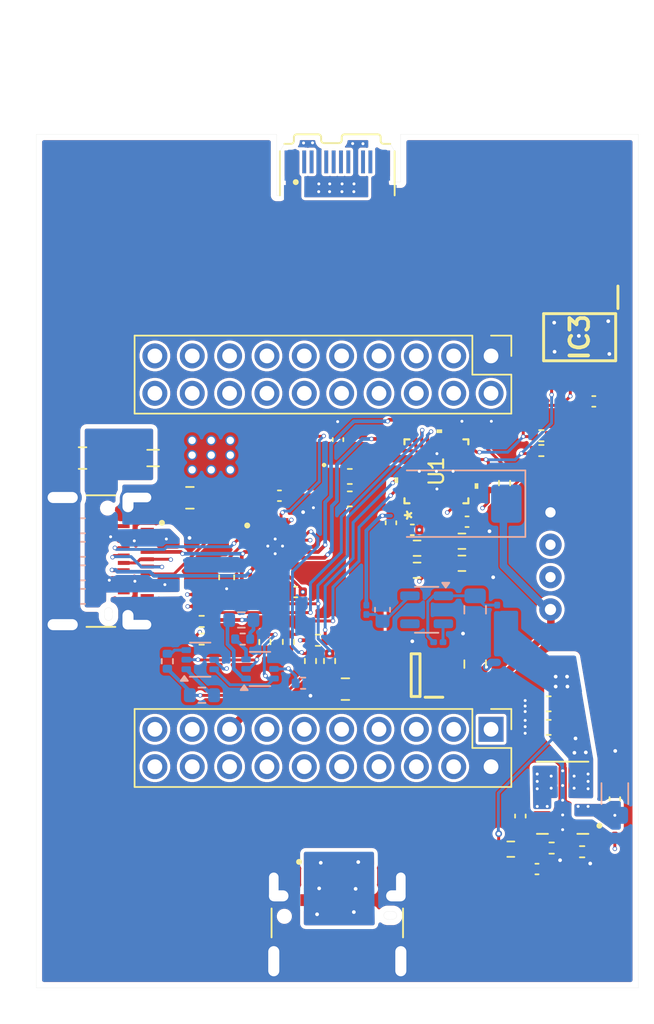
<source format=kicad_pcb>
(kicad_pcb (version 20241229) (generator "pcbnew") (generator_version "9.0")
  (layers (0 "F.Cu" signal) (4 "In1.Cu" signal) (6 "In2.Cu" signal) (2 "B.Cu" signal) (13 "F.Paste" user) (15 "B.Paste" user) (5 "F.SilkS" user "F.Silkscreen") (7 "B.SilkS" user "B.Silkscreen") (1 "F.Mask" user) (3 "B.Mask" user) (25 "Edge.Cuts" user))
  (net 0 "")
  (net 1 "/VBUS_LV")
  (net 2 "GND")
  (net 3 "/VBUS_C")
  (net 4 "+48V")
  (net 5 "Net-(IC2-VBIAS)")
  (net 6 "Net-(PS1-VCC)")
  (net 7 "/EPR_EN")
  (net 8 "/C_CC2")
  (net 9 "/C_SBU2")
  (net 10 "Net-(PS1-FB{slash}BIAS)")
  (net 11 "Net-(IC2-RPD_G2)")
  (net 12 "/C_CC1")
  (net 13 "Net-(IC2-EPR_BLK_G)")
  (net 14 "Net-(IC2-RPD_G1)")
  (net 15 "/C_SBU1")
  (net 16 "Net-(IC1-IN)")
  (net 47 "Net-(U2-VOUT)")
  (net 56 "Net-(U2-VIN)")
  (net 57 "+3V3")
  (net 58 "/CC2")
  (net 60 "/CC1")
  (net 61 "/ADCIN2")
  (net 64 "Net-(IC1-EN)")
  (net 65 "/SBU2")
  (net 67 "/SBU1")
  (net 69 "/I2Cc_SDA")
  (net 70 "/I2Cc_SCL")
  (net 71 "/GPIO4")
  (net 72 "/GPIO5")
  (net 74 "Net-(PS1-SW-Pad5)")
  (net 76 "Net-(PS1-RT)")
  (net 77 "/ADCIN1")
  (net 84 "/GPIO_PF")
  (net 85 "/GPIO_NF")
  (net 86 "Net-(U2-EN)")
  (net 87 "/I2Cc_IRQ")
  (net 88 "/GPIO7")
  (net 89 "/GPIO6")
  (net 91 "+1V5")
  (net 93 "+7V")
  (net 94 "+5V")
  (net 96 "/VIN_3V3")
  (net 97 "Net-(R101-Pad2)")
  (net 98 "Net-(R100-Pad1)")
  (net 101 "Net-(Q3B-D)")
  (net 102 "Net-(Q3A-S)")
  (net 103 "Net-(Q9A-S)")
  (net 104 "Net-(Q9B-D)")
  (net 108 "Net-(PS1-EN)")
  (net 109 "/PD_D_P")
  (net 110 "/PD_D_N")
  (net 143 "/DO0")
  (footprint "Capacitor_SMD:C_0201_0603Metric" (layer "F.Cu") (at 121.45 77.25 180)
    (property "Reference" "C2" (hide yes))
    (property "Value" "100nF")
  )
  (footprint "Resistor_SMD:R_0402_1005Metric" (layer "F.Cu") (at 145.35 72.49 180)
    (property "Reference" "R7" (hide yes))
    (property "Value" "2.20k")
  )
  (footprint "Resistor_SMD:R_0402_1005Metric" (layer "F.Cu") (at 148.125 99.75)
    (property "Reference" "R28" (hide yes))
    (property "Value" "19.6k")
  )
  (footprint "Resistor_SMD:R_0402_1005Metric" (layer "F.Cu") (at 146.05 99.5)
    (property "Reference" "R29" (hide yes))
    (property "Value" "10.0K")
  )
  (footprint "Capacitor_SMD:C_0805_2012Metric" (layer "F.Cu") (at 114.15 73 180)
    (property "Reference" "C3" (hide yes))
    (property "Value" "4.7uF")
  )
  (footprint "Library:SOT95P280X145-5N" (layer "F.Cu") (at 136.8 87.75 180)
    (property "Reference" "IC1" (hide yes))
    (property "Value" "TPS7A24" (hide yes))
  )
  (footprint "Resistor_SMD:R_0201_0603Metric" (layer "F.Cu") (at 125.65 82.4 180)
    (property "Reference" "R10" (hide yes))
    (property "Value" "0")
  )
  (footprint "Capacitor_SMD:C_0402_1005Metric" (layer "F.Cu") (at 150.35 96.15 90)
    (property "Reference" "C22" (hide yes))
    (property "Value" "0.1uF")
  )
  (footprint "Resistor_SMD:R_0201_0603Metric" (layer "F.Cu") (at 139.35 87.7 90)
    (property "Reference" "R22" (hide yes))
    (property "Value" "0")
  )
  (footprint "Library:JAE_DX07P024AJ1R1500" (layer "F.Cu") (at 131.475 51 180)
    (property "Reference" "J2" (hide yes))
    (property "Value" "DX07P024AJ1R1500 - Plug")
    (fp_line (start 4.125 -4.15) (end 4.125 0) (stroke (width 0.01)) (layer "Edge.Cuts"))
    (fp_line (start 3.9 -1.15) (end 3.9 -4.15) (stroke (width 0.01)) (layer "Edge.Cuts"))
    (fp_line (start 3.9 -4.15) (end 4.125 -4.15) (stroke (width 0.01)) (layer "Edge.Cuts"))
    (fp_line (start 3.6 -0.65) (end 3.9 -1.15) (stroke (width 0.01)) (layer "Edge.Cuts"))
    (fp_line (start 3.6 -0.65) (end 3.15 -0.65) (stroke (width 0.01)) (layer "Edge.Cuts"))
    (fp_line (start 2.95 -0.45) (end 2.95 -0.2) (stroke (width 0.01)) (layer "Edge.Cuts"))
    (fp_line (start 2.75 0) (end 1.3 0) (stroke (width 0.01)) (layer "Edge.Cuts"))
    (fp_line (start 1.1 -0.2) (end 1.1 -0.4) (stroke (width 0.01)) (layer "Edge.Cuts"))
    (fp_line (start 0.9 -0.6) (end -0.1 -0.6) (stroke (width 0.01)) (layer "Edge.Cuts"))
    (fp_line (start -0.3 -0.4) (end -0.3 -0.2) (stroke (width 0.01)) (layer "Edge.Cuts"))
    (fp_line (start -0.5 0) (end -2.75 0) (stroke (width 0.01)) (layer "Edge.Cuts"))
    (fp_line (start -2.95 -0.2) (end -2.95 -0.45) (stroke (width 0.01)) (layer "Edge.Cuts"))
    (fp_line (start -3.15 -0.65) (end -3.6 -0.65) (stroke (width 0.01)) (layer "Edge.Cuts"))
    (fp_line (start -3.6 -0.65) (end -3.9 -1.15) (stroke (width 0.01)) (layer "Edge.Cuts"))
    (fp_line (start -3.9 -1.15) (end -3.9 -3.25) (stroke (width 0.01)) (layer "Edge.Cuts"))
    (fp_line (start -3.9 -3.25) (end -4.3 -3.25) (stroke (width 0.01)) (layer "Edge.Cuts"))
    (fp_line (start -4.3 -3.25) (end -4.3 0) (stroke (width 0.01)) (layer "Edge.Cuts"))
    (fp_arc (start 2.95 -0.2) (mid 2.891421 -0.058579) (end 2.75 0) (stroke (width 0.01)) (layer "Edge.Cuts"))
    (fp_arc (start 2.95 -0.45) (mid 3.008579 -0.591421) (end 3.15 -0.65) (stroke (width 0.01)) (layer "Edge.Cuts"))
    (fp_arc (start 1.3 0) (mid 1.158579 -0.058579) (end 1.1 -0.2) (stroke (width 0.01)) (layer "Edge.Cuts"))
    (fp_arc (start 0.9 -0.6) (mid 1.041421 -0.541421) (end 1.1 -0.4) (stroke (width 0.01)) (layer "Edge.Cuts"))
    (fp_arc (start -0.3 -0.2) (mid -0.358579 -0.058579) (end -0.5 0) (stroke (width 0.01)) (layer "Edge.Cuts"))
    (fp_arc (start -0.3 -0.4) (mid -0.241421 -0.541421) (end -0.1 -0.6) (stroke (width 0.01)) (layer "Edge.Cuts"))
    (fp_arc (start -2.75 0) (mid -2.891421 -0.058579) (end -2.95 -0.2) (stroke (width 0.01)) (layer "Edge.Cuts"))
    (fp_arc (start -3.15 -0.65) (mid -3.008579 -0.591421) (end -2.95 -0.45) (stroke (width 0.01)) (layer "Edge.Cuts"))
  )
  (footprint "Capacitor_SMD:C_0402_1005Metric" (layer "F.Cu") (at 131.525 71.75 90)
    (property "Reference" "C15" (hide yes))
    (property "Value" "0.1uF")
  )
  (footprint "Library:QFN40P300X300X80-21N-D" (layer "F.Cu") (at 127.25 78.98)
    (property "Reference" "IC2" (hide yes))
    (property "Value" "TPD4S480" (hide yes))
  )
  (footprint "Resistor_SMD:R_0402_1005Metric" (layer "F.Cu") (at 142.85 74.7 90)
    (property "Reference" "R8" (hide yes))
    (property "Value" "10.0k")
  )
  (footprint "Resistor_SMD:R_0603_1608Metric" (layer "F.Cu") (at 139.95 80.15)
    (property "Reference" "R14" (hide yes))
    (property "Value" "100k")
  )
  (footprint "Capacitor_SMD:C_0805_2012Metric" (layer "F.Cu") (at 132.025 88.7 180)
    (property "Reference" "C20" (hide yes))
    (property "Value" "1uF")
  )
  (footprint "Library:CSD18543Q3A" (layer "F.Cu") (at 128.225 72.5 180)
    (property "Reference" "Q1" (hide yes))
    (property "Value" "CSD18543Q3A" (hide yes))
  )
  (footprint "Resistor_SMD:R_0603_1608Metric" (layer "F.Cu") (at 139.95 78.65)
    (property "Reference" "R16" (hide yes))
    (property "Value" "470")
  )
  (footprint "Resistor_SMD:R_0402_1005Metric" (layer "F.Cu") (at 129.65 86.79 -90)
    (property "Reference" "R103" (hide yes))
    (property "Value" "0")
  )
  (footprint "Library:CONV_TPSM365R15RDNR" (layer "F.Cu") (at 146.8 96.02 180)
    (property "Reference" "PS1" (hide yes))
    (property "Value" "TPSM365R6")
  )
  (footprint "Resistor_SMD:R_0603_1608Metric" (layer "F.Cu") (at 143.275 99.575)
    (property "Reference" "R24" (hide yes))
    (property "Value" "60.4k")
  )
  (footprint "Resistor_SMD:R_0402_1005Metric" (layer "F.Cu") (at 122.25 85.3 180)
    (property "Reference" "R104" (hide yes))
    (property "Value" "0")
  )
  (footprint "Connector_PinHeader_2.54mm:PinHeader_2x10_P2.54mm_Vertical" (layer "F.Cu") (at 141.93 66.06 -90)
    (property "Reference" "J3" (hide yes))
    (property "Value" "Conn_02x10_Counter_Clockwise")
  )
  (footprint "Capacitor_SMD:C_0805_2012Metric" (layer "F.Cu") (at 140.85 87 90)
    (property "Reference" "C19" (hide yes))
    (property "Value" "1uF")
  )
  (footprint "Capacitor_SMD:C_0402_1005Metric" (layer "F.Cu") (at 127.54 75.56)
    (property "Reference" "C1" (hide yes))
    (property "Value" "0.1uF")
  )
  (footprint "Capacitor_SMD:C_0402_1005Metric" (layer "F.Cu") (at 145.055 100.925)
    (property "Reference" "C24" (hide yes))
    (property "Value" "10pF")
  )
  (footprint "Resistor_SMD:R_0402_1005Metric" (layer "F.Cu") (at 128.15 85.49 -90)
    (property "Reference" "R98" (hide yes))
    (property "Value" "0")
  )
  (footprint "Capacitor_SMD:C_0603_1608Metric" (layer "F.Cu") (at 123.95 81.105 -90)
    (property "Reference" "C11" (hide yes))
    (property "Value" "0.47uF")
  )
  (footprint "Resistor_SMD:R_0402_1005Metric" (layer "F.Cu") (at 130.16 85.38)
    (property "Reference" "R107" (hide yes))
    (property "Value" "0")
  )
  (footprint "Library:SOIC127P600X175-8N" (layer "F.Cu") (at 147.955 64.788 -90)
    (property "Reference" "IC3")
    (property "Value" "CAT24C512" (hide yes))
  )
  (footprint "Resistor_SMD:R_0201_0603Metric" (layer "F.Cu") (at 122.105 83.08)
    (property "Reference" "R19" (hide yes))
    (property "Value" "0")
  )
  (footprint "Resistor_SMD:R_0201_0603Metric" (layer "F.Cu") (at 122.105 82.28 180)
    (property "Reference" "R17" (hide yes))
    (property "Value" "0")
  )
  (footprint "Capacitor_SMD:C_0402_1005Metric" (layer "F.Cu") (at 136.575 77.875 180)
    (property "Reference" "C16" (hide yes))
    (property "Value" "10uF")
  )
  (footprint "Resistor_SMD:R_0201_0603Metric" (layer "F.Cu") (at 150.35 98.3 90)
    (property "Reference" "R23" (hide yes))
    (property "Value" "0")
  )
  (footprint "Capacitor_SMD:C_0402_1005Metric" (layer "F.Cu") (at 128.65 82.1 180)
    (property "Reference" "C10" (hide yes))
    (property "Value" "0.1uF")
  )
  (footprint "Capacitor_SMD:C_0603_1608Metric" (layer "F.Cu") (at 132.325 74.25 180)
    (property "Reference" "C14" (hide yes))
    (property "Value" "10uF")
  )
  (footprint "Resistor_SMD:R_0402_1005Metric" (layer "F.Cu") (at 145.35 71.48 180)
    (property "Reference" "R6" (hide yes))
    (property "Value" "2.20k")
  )
  (footprint "Resistor_SMD:R_0603_1608Metric" (layer "F.Cu") (at 136.9 80.625 180)
    (property "Reference" "R13" (hide yes))
    (property "Value" "470")
  )
  (footprint "Library:fakemag4pin90degMale" (layer "F.Cu") (at 145.971 79.99)
    (property "Reference" "U26" (hide yes))
    (property "Value" "fakeMag4pinMale")
  )
  (footprint "Connector_PinHeader_2.54mm:PinHeader_2x10_P2.54mm_Vertical" (layer "F.Cu") (at 141.93 91.43 -90)
    (property "Reference" "J4" (hide yes))
    (property "Value" "Conn_02x10_Counter_Clockwise")
  )
  (footprint "Capacitor_SMD:C_0201_0603Metric" (layer "F.Cu") (at 135.1 71.9 90)
    (property "Reference" "C8" (hide yes))
    (property "Value" "220pF")
  )
  (footprint "Capacitor_SMD:C_0603_1608Metric" (layer "F.Cu") (at 145.85 91.3 180)
    (property "Reference" "C26" (hide yes))
    (property "Value" "22uF")
  )
  (footprint "Resistor_SMD:R_0402_1005Metric" (layer "F.Cu") (at 130.95 86.79 -90)
    (property "Reference" "R99" (hide yes))
    (property "Value" "0")
  )
  (footprint "Capacitor_SMD:C_0402_1005Metric" (layer "F.Cu") (at 148.92 69.15 180)
    (property "Reference" "C12" (hide yes))
    (property "Value" "0.1uF")
  )
  (footprint "Library:JAE_DX07S024JJ2R1300" (layer "F.Cu") (at 115.85 80 -90)
    (property "Reference" "J5" (hide yes))
    (property "Value" "DX07S024JJ2R1300 - Connector")
    (fp_line (start 3.775 0.2) (end 3.425 0.2) (stroke (width 0.01)) (layer "Edge.Cuts"))
    (fp_line (start 3.425 -0.33) (end 3.775 -0.33) (stroke (width 0.01)) (layer "Edge.Cuts"))
    (fp_arc (start 3.425 0.2) (mid 3.237617 0.122383) (end 3.16 -0.065) (stroke (width 0.01)) (layer "Edge.Cuts"))
    (fp_arc (start 3.16 -0.065) (mid 3.237617 -0.252383) (end 3.425 -0.33) (stroke (width 0.01)) (layer "Edge.Cuts"))
    (fp_arc (start 4.04 -0.065) (mid 3.962383 0.122383) (end 3.775 0.2) (stroke (width 0.01)) (layer "Edge.Cuts"))
    (fp_arc (start 3.775 -0.33) (mid 3.962383 -0.252383) (end 4.04 -0.065) (stroke (width 0.01)) (layer "Edge.Cuts"))
  )
  (footprint "Resistor_SMD:R_0402_1005Metric" (layer "F.Cu") (at 122.25 84.1 180)
    (property "Reference" "R100" (hide yes))
    (property "Value" "0")
  )
  (footprint "Library:VQFN32_RSM_TEX" (layer "F.Cu") (at 138.2161 73.9 90)
    (property "Reference" "U1")
    (property "Value" "TPS26750")
  )
  (footprint "Inductor_SMD:L_0805_2012Metric" (layer "F.Cu") (at 118.95 73 180)
    (property "Reference" "FB1" (hide yes))
    (property "Value" "22 ohm")
  )
  (footprint "Capacitor_SMD:C_0201_0603Metric" (layer "F.Cu") (at 136.2 70.9 180)
    (property "Reference" "C9" (hide yes))
    (property "Value" "220pF")
  )
  (footprint "Capacitor_SMD:C_0402_1005Metric" (layer "F.Cu") (at 140.3 77.325)
    (property "Reference" "C17" (hide yes))
    (property "Value" "10uF")
  )
  (footprint "Library:JAE_DX07S024JJ2R1300" (layer "F.Cu") (at 131.475 104.1375)
    (property "Reference" "J6" (hide yes))
    (property "Value" "DX07S024JJ2R1300 - Connector")
    (fp_line (start 3.425 -0.33) (end 3.775 -0.33) (stroke (width 0.01)) (layer "Edge.Cuts"))
    (fp_line (start 3.775 0.2) (end 3.425 0.2) (stroke (width 0.01)) (layer "Edge.Cuts"))
    (fp_arc (start 3.16 -0.065) (mid 3.237617 -0.252383) (end 3.425 -0.33) (stroke (width 0.01)) (layer "Edge.Cuts"))
    (fp_arc (start 3.425 0.2) (mid 3.237617 0.122383) (end 3.16 -0.065) (stroke (width 0.01)) (layer "Edge.Cuts"))
    (fp_arc (start 3.775 -0.33) (mid 3.962383 -0.252383) (end 4.04 -0.065) (stroke (width 0.01)) (layer "Edge.Cuts"))
    (fp_arc (start 4.04 -0.065) (mid 3.962383 0.122383) (end 3.775 0.2) (stroke (width 0.01)) (layer "Edge.Cuts"))
  )
  (footprint "Resistor_SMD:R_0201_0603Metric" (layer "F.Cu") (at 141.75 74.855 -90)
    (property "Reference" "R12" (hide yes))
    (property "Value" "100k")
  )
  (footprint "Capacitor_SMD:C_0402_1005Metric" (layer "F.Cu") (at 143.925 97.325 90)
    (property "Reference" "C23" (hide yes))
    (property "Value" "1uF")
  )
  (footprint "Resistor_SMD:R_0402_1005Metric" (layer "F.Cu") (at 126.55 85.5 -90)
    (property "Reference" "R97" (hide yes))
    (property "Value" "100k")
  )
  (footprint "Capacitor_SMD:C_0402_1005Metric" (layer "F.Cu") (at 135.125 77.4 -90)
    (property "Reference" "C18" (hide yes))
    (property "Value" "10uF")
  )
  (footprint "Capacitor_SMD:C_0805_2012Metric" (layer "F.Cu") (at 121.45 75.7 180)
    (property "Reference" "C80" (hide yes))
    (property "Value" "4.7uF")
  )
  (footprint "Resistor_SMD:R_0603_1608Metric" (layer "F.Cu") (at 136.9 79.125 180)
    (property "Reference" "R15" (hide yes))
    (property "Value" "100k")
  )
  (footprint "Capacitor_SMD:C_0603_1608Metric" (layer "F.Cu") (at 145.85 89.7 180)
    (property "Reference" "C25" (hide yes))
    (property "Value" "22uF")
  )
  (footprint "Resistor_SMD:R_0201_0603Metric" (layer "F.Cu") (at 125.85 81.6 180)
    (property "Reference" "R11" (hide yes))
    (property "Value" "0")
  )
  (footprint "Capacitor_SMD:C_0603_1608Metric" (layer "F.Cu") (at 132.325 75.775 180)
    (property "Reference" "C13" (hide yes))
    (property "Value" "10uF")
  )
  (footprint "Capacitor_SMD:C_0603_1608Metric" (layer "B.Cu") (at 114.175 79.2 180)
    (property "Reference" "C5" (hide yes))
    (property "Value" "10nF")
  )
  (footprint "Capacitor_SMD:C_0603_1608Metric" (layer "B.Cu") (at 114.175 82.4 180)
    (property "Reference" "C7" (hide yes))
    (property "Value" "10nF")
  )
  (footprint "Resistor_SMD:R_0402_1005Metric" (layer "B.Cu") (at 119.917211 86.805138 90)
    (property "Reference" "R105" (hide yes))
    (property "Value" "1.00M")
  )
  (footprint "Resistor_SMD:R_0603_1608Metric" (layer "B.Cu") (at 122.269972 89.114491 180)
    (property "Reference" "R101" (hide yes))
    (property "Value" "101")
  )
  (footprint "Capacitor_SMD:C_1206_3216Metric" (layer "B.Cu") (at 150.35 95.8 90)
    (property "Reference" "C21" (hide yes))
    (property "Value" "2.2uF")
  )
  (footprint "Resistor_SMD:R_0201_0603Metric" (layer "B.Cu") (at 138.345 85.51)
    (property "Reference" "R27" (hide yes))
    (property "Value" "0")
  )
  (footprint "Resistor_SMD:R_0603_1608Metric" (layer "B.Cu") (at 124.95 84)
    (property "Reference" "R102" (hide yes))
    (property "Value" "249k")
  )
  (footprint "Resistor_SMD:R_0201_0603Metric" (layer "B.Cu") (at 142.35 86.565 -90)
    (property "Reference" "R21" (hide yes))
    (property "Value" "0")
  )
  (footprint "Capacitor_SMD:C_0805_2012Metric" (layer "B.Cu") (at 140.85 83.31 -90)
    (property "Reference" "C28" (hide yes))
    (property "Value" "1uF")
  )
  (footprint "Resistor_SMD:R_0201_0603Metric" (layer "B.Cu") (at 133.45 83.31 90)
    (property "Reference" "R26" (hide yes))
    (property "Value" "0")
  )
  (footprint "Resistor_SMD:R_0402_1005Metric" (layer "B.Cu") (at 125.04 85.3 180)
    (property "Reference" "R106" (hide yes))
    (property "Value" "1.00M")
  )
  (footprint "Capacitor_Tantalum_SMD:CP_EIA-7343-15_Kemet-W" (layer "B.Cu") (at 139.85 76.1 180)
    (property "Reference" "C30" (hide yes))
    (property "Value" "1000uF")
  )
  (footprint "Capacitor_SMD:C_0603_1608Metric" (layer "B.Cu") (at 114.175 77.6 180)
    (property "Reference" "C4" (hide yes))
    (property "Value" "10nF")
  )
  (footprint "Resistor_SMD:R_0402_1005Metric" (layer "B.Cu") (at 129.15 88.3)
    (property "Reference" "R108" (hide yes))
    (property "Value" "100k")
  )
  (footprint "Package_TO_SOT_SMD:SOT-23-5" (layer "B.Cu") (at 137.55 83.31 180)
    (property "Reference" "U2" (hide yes))
    (property "Value" "TPS76333")
  )
  (footprint "Resistor_SMD:R_0201_0603Metric" (layer "B.Cu") (at 142.35 83.31 90)
    (property "Reference" "R25" (hide yes))
    (property "Value" "0")
  )
  (footprint "Capacitor_SMD:C_0603_1608Metric" (layer "B.Cu") (at 114.175 80.8 180)
    (property "Reference" "C6" (hide yes))
    (property "Value" "10nF")
  )
  (footprint "Capacitor_SMD:C_0603_1608Metric" (layer "B.Cu") (at 134.55 83.31 90)
    (property "Reference" "C27" (hide yes))
    (property "Value" "2.2uF")
  )
  (footprint "Package_TO_SOT_SMD:SOT-363_SC-70-6" (layer "B.Cu") (at 122.15 86.7)
    (property "Reference" "Q9" (hide yes))
    (property "Value" "2N7002DW")
  )
  (footprint "Package_TO_SOT_SMD:SOT-363_SC-70-6" (layer "B.Cu") (at 126.22 87.33)
    (property "Reference" "Q3" (hide yes))
    (property "Value" "2N7002DW")
  )
  (gr_line (start 151.95 51) (end 135.775 51) (stroke (width 0.01)) (layer "Edge.Cuts"))
  (gr_line (start 111 51) (end 127.35 51) (stroke (width 0.01)) (layer "Edge.Cuts"))
  (gr_line (start 151.95 109) (end 111 109) (stroke (width 0.01)) (layer "Edge.Cuts"))
  (gr_line (start 111 109) (end 111 51) (stroke (width 0.01)) (layer "Edge.Cuts"))
  (gr_line (start 151.95 51) (end 151.95 109) (stroke (width 0.01)) (layer "Edge.Cuts"))
  (segment (start 127.06 75.56) (end 127.06 75.43) (width 0.2) (layer "F.Cu") (net 1))
  (segment (start 127.89 74.6) (end 129.75 74.6) (width 0.2) (layer "F.Cu") (net 1))
  (segment (start 127.06 75.43) (end 127.89 74.6) (width 0.2) (layer "F.Cu") (net 1))
  (segment (start 129.75 73.5) (end 129.775 73.475) (width 0.2) (layer "F.Cu") (net 1))
  (segment (start 126.93 75.56) (end 127.06 75.56) (width 0.2) (layer "F.Cu") (net 1))
  (segment (start 129.75 74.6) (end 129.75 73.5) (width 0.2) (layer "F.Cu") (net 1))
  (segment (start 126.85 75.64) (end 126.93 75.56) (width 0.2) (layer "F.Cu") (net 1))
  (segment (start 126.85 77.48) (end 126.85 75.64) (width 0.2) (layer "F.Cu") (net 1))
  (segment (start 113.2 73) (end 113.2 75.48) (width 0.2) (layer "F.Cu") (net 2))
  (segment (start 146.8 93.85) (end 145.075 92.125) (width 0.508) (layer "F.Cu") (net 2))
  (segment (start 138.816099 71.9339) (end 138.816099 72.512499) (width 0.2) (layer "F.Cu") (net 2))
  (segment (start 139.55 74.1) (end 139.35 73.9) (width 0.2) (layer "F.Cu") (net 2))
  (segment (start 146.8 94.25) (end 146.8 93.85) (width 0.508) (layer "F.Cu") (net 2))
  (segment (start 138.628598 72.7) (end 138.25 72.7) (width 0.2) (layer "F.Cu") (net 2))
  (segment (start 145.075 90.525) (end 145.05 90.55) (width 0.508) (layer "F.Cu") (net 2))
  (segment (start 139.35 73.553602) (end 139.603601 73.300001) (width 0.2) (layer "F.Cu") (net 2))
  (segment (start 128.75 78.98) (end 127.75 78.98) (width 0.2) (layer "F.Cu") (net 2))
  (segment (start 139.35 73.9) (end 139.35 73.553602) (width 0.2) (layer "F.Cu") (net 2))
  (segment (start 139.603601 73.300001) (end 140.1822 73.300001) (width 0.2) (layer "F.Cu") (net 2))
  (segment (start 145.075 89.7) (end 145.075 90.525) (width 0.508) (layer "F.Cu") (net 2))
  (segment (start 113.2 75.48) (end 113 75.68) (width 0.2) (layer "F.Cu") (net 2))
  (segment (start 145.05 91.275) (end 145.075 91.3) (width 0.508) (layer "F.Cu") (net 2))
  (segment (start 145.05 90.55) (end 145.05 91.275) (width 0.508) (layer "F.Cu") (net 2))
  (segment (start 145.075 92.125) (end 145.075 91.3) (width 0.508) (layer "F.Cu") (net 2))
  (segment (start 127.25 80.48) (end 127.25 81.18) (width 0.2) (layer "F.Cu") (net 2))
  (segment (start 140.1822 74.1) (end 139.55 74.1) (width 0.2) (layer "F.Cu") (net 2))
  (segment (start 127.25 77.48) (end 127.25 78.5) (width 0.2) (layer "F.Cu") (net 2))
  (segment (start 127.25 80.48) (end 127.25 79.5) (width 0.2) (layer "F.Cu") (net 2))
  (segment (start 127.25 81.18) (end 128.17 82.1) (width 0.2) (layer "F.Cu") (net 2))
  (segment (start 138.816099 72.512499) (end 138.628598 72.7) (width 0.2) (layer "F.Cu") (net 2))
  (via (at 129.15 76.675) (size 0.4572) (drill 0.254) (layers "F.Cu" "B.Cu") (net 2))
  (via (at 138.25 75.1) (size 0.3) (drill 0.2) (layers "F.Cu" "B.Cu") (net 2))
  (via (at 131.5 70.525) (size 0.3) (drill 0.2) (layers "F.Cu" "B.Cu") (net 2))
  (via (at 142.075 81.1) (size 0.4572) (drill 0.254) (layers "F.Cu" "B.Cu") (net 2))
  (via (at 137.05 73.9) (size 0.3) (drill 0.2) (layers "F.Cu" "B.Cu") (net 2))
  (via (at 127.75 78.98) (size 0.3) (drill 0.2) (layers "F.Cu" "B.Cu") (net 2))
  (via (at 144.25 91.25) (size 0.3) (drill 0.2) (layers "F.Cu" "B.Cu") (net 2))
  (via (at 127.25 79.5) (size 0.3) (drill 0.2) (layers "F.Cu" "B.Cu") (net 2))
  (via (at 127.25 78.5) (size 0.3) (drill 0.2) (layers "F.Cu" "B.Cu") (net 2))
  (via (at 144.25 91.7) (size 0.3) (drill 0.2) (layers "F.Cu" "B.Cu") (net 2))
  (via (at 138.2161 73.9) (size 0.3) (drill 0.2) (layers "F.Cu" "B.Cu") (net 2))
  (via (at 121.425 78.425) (size 0.4572) (drill 0.254) (layers "F.Cu" "B.Cu") (net 2))
  (via (at 144.25 89.85) (size 0.3) (drill 0.2) (layers "F.Cu" "B.Cu") (net 2))
  (via (at 147.9 64.7) (size 0.4572) (drill 0.254) (layers "F.Cu" "B.Cu") (net 2))
  (via (at 146.25 65.775) (size 0.4572) (drill 0.254) (layers "F.Cu" "B.Cu") (net 2))
  (via (at 149.9 63.7) (size 0.4572) (drill 0.254) (layers "F.Cu" "B.Cu") (net 2))
  (via (at 146.625 100.325) (size 0.4572) (drill 0.254) (layers "F.Cu" "B.Cu") (net 2))
  (via (at 141.825 77.975) (size 0.4572) (drill 0.254) (layers "F.Cu" "B.Cu") (net 2))
  (via (at 129.85 76.375) (size 0.3) (drill 0.2) (layers "F.Cu" "B.Cu") (net 2))
  (via (at 140.025 84.925) (size 0.4572) (drill 0.254) (layers "F.Cu" "B.Cu") (net 2))
  (via (at 150.375 92.9) (size 0.4572) (drill 0.254) (layers "F.Cu" "B.Cu") (net 2))
  (via (at 144.25 90.825) (size 0.3) (drill 0.2) (layers "F.Cu" "B.Cu") (net 2))
  (via (at 144.25 90.225) (size 0.3) (drill 0.2) (layers "F.Cu" "B.Cu") (net 2))
  (via (at 139.35 73.9) (size 0.3) (drill 0.2) (layers "F.Cu" "B.Cu") (net 2))
  (via (at 136.575 85.45) (size 0.4572) (drill 0.254) (layers "F.Cu" "B.Cu") (net 2))
  (via (at 139.95 70.5) (size 0.3) (drill 0.2) (layers "F.Cu" "B.Cu") (net 2))
  (via (at 123.95 81.88) (size 0.3) (drill 0.2) (layers "F.Cu" "B.Cu") (net 2))
  (via (at 138.25 72.7) (size 0.3) (drill 0.2) (layers "F.Cu" "B.Cu") (net 2))
  (via (at 149.975 65.925) (size 0.4572) (drill 0.254) (layers "F.Cu" "B.Cu") (net 2))
  (via (at 126.75 78.98) (size 0.3) (drill 0.2) (layers "F.Cu" "B.Cu") (net 2))
  (via (at 144.25 89.475) (size 0.3) (drill 0.2) (layers "F.Cu" "B.Cu") (net 2))
  (via (at 141.95 70.5) (size 0.3) (drill 0.2) (layers "F.Cu" "B.Cu") (net 2))
  (via (at 148.675 100.55) (size 0.4572) (drill 0.254) (layers "F.Cu" "B.Cu") (net 2))
  (via (at 146.225 63.8) (size 0.4572) (drill 0.254) (layers "F.Cu" "B.Cu") (net 2))
  (via (at 129.65 89.15) (size 0.4572) (drill 0.254) (layers "F.Cu" "B.Cu") (net 2))
  (segment (start 113.4 76.08) (end 113 75.68) (width 0.2) (layer "B.Cu") (net 2))
  (segment (start 113.4 77.6) (end 113.4 76.08) (width 0.2) (layer "B.Cu") (net 2))
  (segment (start 113.4 80.8) (end 113.4 83.92) (width 0.2) (layer "B.Cu") (net 2))
  (segment (start 113.225 84.545) (end 113 84.32) (width 0.2) (layer "B.Cu") (net 2))
  (segment (start 113.4 83.92) (end 113 84.32) (width 0.2) (layer "B.Cu") (net 2))
  (segment (start 113.4 79.2) (end 113.4 77.6) (width 0.2) (layer "B.Cu") (net 2))
  (segment (start 127.25 79.65) (end 127.25 79.5) (width 0.4064) (layer "B.Cu") (net 2))
  (segment (start 146.8 98.25) (end 146.8 94.25) (width 0.3048) (layer "B.Cu") (net 2))
  (segment (start 125.02 81.88) (end 127.25 79.65) (width 0.4064) (layer "B.Cu") (net 2))
  (segment (start 113.225 86.6) (end 113.225 84.545) (width 0.2) (layer "B.Cu") (net 2))
  (segment (start 123.95 81.88) (end 125.02 81.88) (width 0.4064) (layer "B.Cu") (net 2))
  (segment (start 113.4 80.8) (end 113.4 79.2) (width 0.2) (layer "B.Cu") (net 2))
  (segment (start 119.75 81.6) (end 119.525 81.375) (width 0.2) (layer "F.Cu") (net 3))
  (segment (start 116.11 78.4) (end 116.35 78.4) (width 0.2) (layer "F.Cu") (net 3))
  (segment (start 117.775 78.625) (end 118.025 78.875) (width 0.2) (layer "F.Cu") (net 3))
  (segment (start 116.15 81.12) (end 116.52 81.12) (width 0.2) (layer "F.Cu") (net 3))
  (segment (start 118.125 81.375) (end 118.12 81.37) (width 0.2) (layer "F.Cu") (net 3))
  (segment (start 117.465 81.125) (end 117.71 81.37) (width 0.2) (layer "F.Cu") (net 3))
  (segment (start 116.525 81.125) (end 117.465 81.125) (width 0.2) (layer "F.Cu") (net 3))
  (segment (start 119.525 81.375) (end 118.125 81.375) (width 0.2) (layer "F.Cu") (net 3))
  (segment (start 116.575 78.625) (end 117.775 78.625) (width 0.2) (layer "F.Cu") (net 3))
  (segment (start 116.52 81.12) (end 116.525 81.125) (width 0.2) (layer "F.Cu") (net 3))
  (segment (start 115.97 81.3) (end 116.15 81.12) (width 0.2) (layer "F.Cu") (net 3))
  (segment (start 116.35 78.4) (end 116.575 78.625) (width 0.2) (layer "F.Cu") (net 3))
  (segment (start 119.475 78.875) (end 119.85 78.5) (width 0.2) (layer "F.Cu") (net 3))
  (segment (start 116.06 78.35) (end 116.11 78.4) (width 0.2) (layer "F.Cu") (net 3))
  (segment (start 118.025 78.875) (end 119.475 78.875) (width 0.2) (layer "F.Cu") (net 3))
  (segment (start 118.12 81.37) (end 117.71 81.37) (width 0.2) (layer "F.Cu") (net 3))
  (via (at 119.75 81.6) (size 0.3) (drill 0.2) (layers "F.Cu" "B.Cu") (net 3))
  (via (at 119.85 78.5) (size 0.3) (drill 0.2) (layers "F.Cu" "B.Cu") (net 3))
  (via (at 117.71 81.37) (size 0.3) (drill 0.2) (layers "F.Cu" "B.Cu") (net 3))
  (via (at 115.97 81.3) (size 0.3) (drill 0.2) (layers "F.Cu" "B.Cu") (net 3))
  (via (at 117.67 78.625) (size 0.3) (drill 0.2) (layers "F.Cu" "B.Cu") (net 3))
  (via (at 116.06 78.35) (size 0.3) (drill 0.2) (layers "F.Cu" "B.Cu") (net 3))
  (segment (start 114.95 82.4) (end 114.95 80.8) (width 0.2) (layer "B.Cu") (net 3))
  (segment (start 115.97 81.3) (end 115.45 81.3) (width 0.2) (layer "B.Cu") (net 3))
  (segment (start 115.45 81.3) (end 114.95 80.8) (width 0.2) (layer "B.Cu") (net 3))
  (segment (start 119.52 81.37) (end 117.71 81.37) (width 0.2) (layer "B.Cu") (net 3))
  (segment (start 116.06 78.35) (end 115.21 79.2) (width 0.2) (layer "B.Cu") (net 3))
  (segment (start 115.21 79.2) (end 114.95 79.2) (width 0.2) (layer "B.Cu") (net 3))
  (segment (start 114.95 80.8) (end 114.95 79.2) (width 0.2) (layer "B.Cu") (net 3))
  (segment (start 114.95 79.2) (end 114.95 77.6) (width 0.2) (layer "B.Cu") (net 3))
  (segment (start 119.75 81.6) (end 119.52 81.37) (width 0.2) (layer "B.Cu") (net 3))
  (segment (start 132.6 102.3915) (end 132.6 103.0375) (width 0.254) (layer "F.Cu") (net 4))
  (segment (start 130.1 102.3835) (end 130.24175 102.24175) (width 0.254) (layer "F.Cu") (net 4))
  (segment (start 132.72075 102.27075) (end 132.6 102.3915) (width 0.254) (layer "F.Cu") (net 4))
  (segment (start 121.77 76.33) (end 122.4 75.7) (width 0.254) (layer "F.Cu") (net 4))
  (segment (start 130.1 103.0375) (end 130.1 102.3835) (width 0.254) (layer "F.Cu") (net 4))
  (segment (start 150.35 98.62) (end 150.35 99.55) (width 0.2) (layer "F.Cu") (net 4))
  (segment (start 132.6 103.0375) (end 132.6 103.85) (width 0.254) (layer "F.Cu") (net 4))
  (segment (start 130.35 101.4375) (end 130.35 100.5) (width 0.254) (layer "F.Cu") (net 4))
  (segment (start 132.85 102.1415) (end 132.72075 102.27075) (width 0.254) (layer "F.Cu") (net 4))
  (segment (start 130.1 103.0375) (end 130.1 104) (width 0.254) (layer "F.Cu") (net 4))
  (segment (start 130.35 102.1335) (end 130.35 101.4375) (width 0.254) (layer "F.Cu") (net 4))
  (segment (start 132.85 101.4375) (end 132.85 100.5) (width 0.254) (layer "F.Cu") (net 4))
  (segment (start 132.85 100.5) (end 132.9 100.45) (width 0.254) (layer "F.Cu") (net 4))
  (segment (start 132.85 101.4375) (end 132.85 102.1415) (width 0.254) (layer "F.Cu") (net 4))
  (segment (start 121.77 77.25) (end 121.77 76.33) (width 0.254) (layer "F.Cu") (net 4))
  (segment (start 130.24175 102.24175) (end 130.35 102.1335) (width 0.254) (layer "F.Cu") (net 4))
  (via (at 131.79 54.9) (size 0.3) (drill 0.2) (layers "F.Cu" "B.Cu") (net 4))
  (via (at 130.1 104) (size 0.4572) (drill 0.254) (layers "F.Cu" "B.Cu") (net 4))
  (via (at 132.52 51.63) (size 0.3) (drill 0.2) (layers "F.Cu" "B.Cu") (net 4))
  (via (at 150.35 99.55) (size 0.3) (drill 0.2) (layers "F.Cu" "B.Cu") (net 4))
  (via (at 129.18 51.59) (size 0.3) (drill 0.2) (layers "F.Cu" "B.Cu") (net 4))
  (via (at 132.9 100.45) (size 0.4572) (drill 0.254) (layers "F.Cu" "B.Cu") (net 4))
  (via (at 122.9 73.8) (size 0.7) (drill 0.5) (layers "F.Cu" "B.Cu") (net 4))
  (via (at 132.61 54.37) (size 0.3) (drill 0.2) (layers "F.Cu" "B.Cu") (net 4))
  (via (at 132.6 54.9) (size 0.3) (drill 0.2) (layers "F.Cu" "B.Cu") (net 4))
  (via (at 130.21 54.9) (size 0.3) (drill 0.2) (layers "F.Cu" "B.Cu") (net 4))
  (via (at 130.35 100.5) (size 0.4572) (drill 0.254) (layers "F.Cu" "B.Cu") (net 4))
  (via (at 130.22 54.37) (size 0.3) (drill 0.2) (layers "F.Cu" "B.Cu") (net 4))
  (via (at 121.6 71.8) (size 0.7) (drill 0.5) (layers "F.Cu" "B.Cu") (net 4))
  (via (at 122.9 72.8) (size 0.7) (drill 0.5) (layers "F.Cu" "B.Cu") (net 4))
  (via (at 124.2 72.8) (size 0.7) (drill 0.5) (layers "F.Cu" "B.Cu") (net 4))
  (via (at 130.24175 102.24175) (size 0.4572) (drill 0.254) (layers "F.Cu" "B.Cu") (net 4))
  (via (at 124.2 71.8) (size 0.7) (drill 0.5) (layers "F.Cu" "B.Cu") (net 4))
  (via (at 129.79 51.58) (size 0.3) (drill 0.2) (layers "F.Cu" "B.Cu") (net 4))
  (via (at 131.8 54.37) (size 0.3) (drill 0.2) (layers "F.Cu" "B.Cu") (net 4))
  (via (at 130.95 54.9) (size 0.3) (drill 0.2) (layers "F.Cu" "B.Cu") (net 4))
  (via (at 130.96 54.37) (size 0.3) (drill 0.2) (layers "F.Cu" "B.Cu") (net 4))
  (via (at 121.6 73.8) (size 0.7) (drill 0.5) (layers "F.Cu" "B.Cu") (net 4))
  (via (at 132.72075 102.27075) (size 0.4572) (drill 0.254) (layers "F.Cu" "B.Cu") (net 4))
  (via (at 122.9 71.8) (size 0.7) (drill 0.5) (layers "F.Cu" "B.Cu") (net 4))
  (via (at 132.6 103.85) (size 0.4572) (drill 0.254) (layers "F.Cu" "B.Cu") (net 4))
  (via (at 124.2 73.8) (size 0.7) (drill 0.5) (layers "F.Cu" "B.Cu") (net 4))
  (via (at 133.22 51.64) (size 0.3) (drill 0.2) (layers "F.Cu" "B.Cu") (net 4))
  (via (at 121.6 72.8) (size 0.7) (drill 0.5) (layers "F.Cu" "B.Cu") (net 4))
  (segment (start 130.35 102.1335) (end 130.24175 102.24175) (width 0.508) (layer "B.Cu") (net 4))
  (segment (start 132.6 103.85) (end 132.6 102.3915) (width 0.508) (layer "B.Cu") (net 4))
  (segment (start 130.1 102.3835) (end 130.24175 102.24175) (width 0.508) (layer "B.Cu") (net 4))
  (segment (start 130.35 100.5) (end 130.35 102.1335) (width 0.508) (layer "B.Cu") (net 4))
  (segment (start 132.6 102.3915) (end 132.72075 102.27075) (width 0.508) (layer "B.Cu") (net 4))
  (segment (start 132.72075 102.27075) (end 132.72075 100.62925) (width 0.508) (layer "B.Cu") (net 4))
  (segment (start 132.72075 100.62925) (end 132.9 100.45) (width 0.508) (layer "B.Cu") (net 4))
  (segment (start 130.1 104) (end 130.1 102.3835) (width 0.508) (layer "B.Cu") (net 4))
  (segment (start 125.75 78.98) (end 124.92 78.98) (width 0.2) (layer "F.Cu") (net 5))
  (segment (start 124.92 78.98) (end 123.95 79.95) (width 0.2) (layer "F.Cu") (net 5))
  (segment (start 123.95 79.95) (end 123.95 80.33) (width 0.2) (layer "F.Cu") (net 5))
  (segment (start 145.4125 97.98) (end 144.1 97.98) (width 0.2) (layer "F.Cu") (net 6))
  (segment (start 144.1 97.98) (end 143.925 97.805) (width 0.2) (layer "F.Cu") (net 6))
  (segment (start 138.982202 76.7) (end 139.216101 76.466101) (width 0.2) (layer "F.Cu") (net 7))
  (segment (start 128.07 77.48) (end 128.35 77.2) (width 0.2) (layer "F.Cu") (net 7))
  (segment (start 128.05 77.48) (end 128.07 77.48) (width 0.2) (layer "F.Cu") (net 7))
  (segment (start 138.95 76.7) (end 138.982202 76.7) (width 0.2) (layer "F.Cu") (net 7))
  (segment (start 139.216101 76.466101) (end 139.216101 75.8661) (width 0.2) (layer "F.Cu") (net 7))
  (via (at 128.35 77.2) (size 0.3) (drill 0.2) (layers "F.Cu" "B.Cu") (net 7))
  (via (at 138.95 76.7) (size 0.3) (drill 0.2) (layers "F.Cu" "B.Cu") (net 7))
  (segment (start 125.55 80.7) (end 125.75 80.5) (width 0.254) (layer "F.Cu") (net 8))
  (segment (start 125.55 80.7) (end 125.55 81.58) (width 0.254) (layer "F.Cu") (net 8))
  (segment (start 116.175 80.625) (end 116.15 80.6) (width 0.254) (layer "F.Cu") (net 8))
  (segment (start 125.75 80.5) (end 125.75 79.78) (width 0.254) (layer "F.Cu") (net 8))
  (segment (start 117.15 80.625) (end 116.175 80.625) (width 0.254) (layer "F.Cu") (net 8))
  (segment (start 125.55 81.58) (end 125.53 81.6) (width 0.254) (layer "F.Cu") (net 8))
  (via (at 116.15 80.6) (size 0.3) (drill 0.2) (layers "F.Cu" "B.Cu") (net 8))
  (via (at 125.55 80.7) (size 0.3) (drill 0.2) (layers "F.Cu" "B.Cu") (net 8))
  (segment (start 116.15 80.6) (end 116.4 80.6) (width 0.254) (layer "B.Cu") (net 8))
  (segment (start 118.725 80.725) (end 119 81) (width 0.254) (layer "B.Cu") (net 8))
  (segment (start 125.25 81) (end 125.55 80.7) (width 0.254) (layer "B.Cu") (net 8))
  (segment (start 119 81) (end 125.25 81) (width 0.254) (layer "B.Cu") (net 8))
  (segment (start 116.4 80.6) (end 116.525 80.725) (width 0.254) (layer "B.Cu") (net 8))
  (segment (start 116.525 80.725) (end 118.725 80.725) (width 0.254) (layer "B.Cu") (net 8))
  (segment (start 124.67 78.58) (end 125.75 78.58) (width 0.2) (layer "F.Cu") (net 9))
  (segment (start 117.15 79.125) (end 116.375 79.125) (width 0.2) (layer "F.Cu") (net 9))
  (segment (start 116.375 79.125) (end 116.35 79.1) (width 0.2) (layer "F.Cu") (net 9))
  (segment (start 124.45 78.8) (end 124.67 78.58) (width 0.2) (layer "F.Cu") (net 9))
  (via (at 116.35 79.1) (size 0.3) (drill 0.2) (layers "F.Cu" "B.Cu") (net 9))
  (via (at 124.45 78.8) (size 0.3) (drill 0.2) (layers "F.Cu" "B.Cu") (net 9))
  (segment (start 119.881532 79.025) (end 119.701532 79.205) (width 0.2) (layer "B.Cu") (net 9))
  (segment (start 124.45 78.8) (end 124.225 79.025) (width 0.2) (layer "B.Cu") (net 9))
  (segment (start 116.455 79.205) (end 116.35 79.1) (width 0.2) (layer "B.Cu") (net 9))
  (segment (start 124.225 79.025) (end 119.881532 79.025) (width 0.2) (layer "B.Cu") (net 9))
  (segment (start 119.701532 79.205) (end 116.455 79.205) (width 0.2) (layer "B.Cu") (net 9))
  (segment (start 145.54 99.5) (end 144.175 99.5) (width 0.2) (layer "F.Cu") (net 10))
  (segment (start 144.175 99.5) (end 144.1 99.575) (width 0.2) (layer "F.Cu") (net 10))
  (segment (start 145.54 99.5) (end 146.269 98.771) (width 0.2) (layer "F.Cu") (net 10))
  (segment (start 145.54 99.5) (end 145.54 100.92) (width 0.2) (layer "F.Cu") (net 10))
  (segment (start 145.54 100.92) (end 145.535 100.925) (width 0.2) (layer "F.Cu") (net 10))
  (segment (start 146.269 98.771) (end 146.269 98.111) (width 0.2) (layer "F.Cu") (net 10))
  (segment (start 126.17 81.6) (end 126.45 81.32) (width 0.2) (layer "F.Cu") (net 11))
  (segment (start 126.45 81.32) (end 126.45 80.48) (width 0.2) (layer "F.Cu") (net 11))
  (segment (start 124.975 81.98) (end 125.33 82.335) (width 0.254) (layer "F.Cu") (net 12))
  (segment (start 125.33 82.335) (end 125.33 82.4) (width 0.254) (layer "F.Cu") (net 12))
  (segment (start 125.75 79.38) (end 125.17 79.38) (width 0.254) (layer "F.Cu") (net 12))
  (segment (start 124.975 79.575) (end 124.975 81.98) (width 0.254) (layer "F.Cu") (net 12))
  (segment (start 120.95 79.5) (end 120.825 79.375) (width 0.254) (layer "F.Cu") (net 12))
  (segment (start 125.17 79.38) (end 125.05 79.5) (width 0.254) (layer "F.Cu") (net 12))
  (segment (start 120.825 79.375) (end 118.75 79.375) (width 0.254) (layer "F.Cu") (net 12))
  (segment (start 125.05 79.5) (end 124.975 79.575) (width 0.254) (layer "F.Cu") (net 12))
  (via (at 120.95 79.5) (size 0.3) (drill 0.2) (layers "F.Cu" "B.Cu") (net 12))
  (via (at 125.05 79.5) (size 0.3) (drill 0.2) (layers "F.Cu" "B.Cu") (net 12))
  (segment (start 120.95 79.5) (end 125.05 79.5) (width 0.254) (layer "B.Cu") (net 12))
  (segment (start 127.65 77.48) (end 127.65 76.8) (width 0.2) (layer "F.Cu") (net 13))
  (segment (start 129.775 71.525) (end 130.525 71.525) (width 0.2) (layer "F.Cu") (net 13))
  (segment (start 130.525 71.525) (end 130.55 71.5) (width 0.2) (layer "F.Cu") (net 13))
  (segment (start 127.65 76.8) (end 127.75 76.7) (width 0.2) (layer "F.Cu") (net 13))
  (via (at 127.75 76.7) (size 0.3) (drill 0.2) (layers "F.Cu" "B.Cu") (net 13))
  (via (at 130.55 71.5) (size 0.3) (drill 0.2) (layers "F.Cu" "B.Cu") (net 13))
  (segment (start 130.25 74.6) (end 130.25 71.8) (width 0.2) (layer "B.Cu") (net 13))
  (segment (start 128.25 76.6) (end 130.25 74.6) (width 0.2) (layer "B.Cu") (net 13))
  (segment (start 127.75 76.7) (end 127.85 76.6) (width 0.2) (layer "B.Cu") (net 13))
  (segment (start 127.85 76.6) (end 128.25 76.6) (width 0.2) (layer "B.Cu") (net 13))
  (segment (start 130.25 71.8) (end 130.55 71.5) (width 0.2) (layer "B.Cu") (net 13))
  (segment (start 126.005 82.435) (end 126.215 82.435) (width 0.2) (layer "F.Cu") (net 14))
  (segment (start 126.215 82.435) (end 126.85 81.8) (width 0.2) (layer "F.Cu") (net 14))
  (segment (start 126.85 81.8) (end 126.85 80.48) (width 0.2) (layer "F.Cu") (net 14))
  (segment (start 125.97 82.4) (end 126.005 82.435) (width 0.2) (layer "F.Cu") (net 14))
  (segment (start 120.381651 80.875) (end 118.55 80.875) (width 0.2) (layer "F.Cu") (net 15))
  (segment (start 125.75 78.18) (end 123.076651 78.18) (width 0.2) (layer "F.Cu") (net 15))
  (segment (start 123.076651 78.18) (end 120.381651 80.875) (width 0.2) (layer "F.Cu") (net 15))
  (segment (start 140.78 88.02) (end 140.85 87.95) (width 0.508) (layer "F.Cu") (net 16))
  (segment (start 138.05 88.7) (end 138.67 88.7) (width 0.508) (layer "F.Cu") (net 16))
  (segment (start 138.67 88.7) (end 139.35 88.02) (width 0.508) (layer "F.Cu") (net 16))
  (segment (start 140.9 87.9) (end 140.85 87.95) (width 0.508) (layer "F.Cu") (net 16))
  (segment (start 141.625 87.2) (end 140.925 87.9) (width 0.508) (layer "F.Cu") (net 16))
  (segment (start 140.925 87.9) (end 140.9 87.9) (width 0.508) (layer "F.Cu") (net 16))
  (segment (start 139.35 88.02) (end 140.78 88.02) (width 0.508) (layer "F.Cu") (net 16))
  (via (at 141.625 87.2) (size 0.3) (drill 0.2) (layers "F.Cu" "B.Cu") (net 16))
  (segment (start 141.94 86.885) (end 142.35 86.885) (width 0.508) (layer "B.Cu") (net 16))
  (segment (start 141.625 87.2) (end 141.94 86.885) (width 0.508) (layer "B.Cu") (net 16))
  (segment (start 134.6875 84.085) (end 136.4125 82.36) (width 0.2) (layer "B.Cu") (net 47))
  (segment (start 133.45 83.63) (end 134.095 83.63) (width 0.2) (layer "B.Cu") (net 47))
  (segment (start 134.55 84.085) (end 134.6875 84.085) (width 0.2) (layer "B.Cu") (net 47))
  (segment (start 134.095 83.63) (end 134.55 84.085) (width 0.2) (layer "B.Cu") (net 47))
  (segment (start 138.025 85.51) (end 137.63 85.115) (width 0.2) (layer "B.Cu") (net 56))
  (segment (start 137.63 85.115) (end 137.63 82.755001) (width 0.2) (layer "B.Cu") (net 56))
  (segment (start 137.63 82.755001) (end 138.025001 82.36) (width 0.2) (layer "B.Cu") (net 56))
  (segment (start 138.025001 82.36) (end 138.6875 82.36) (width 0.2) (layer "B.Cu") (net 56))
  (segment (start 142.35 82.99) (end 141.48 82.99) (width 0.2) (layer "B.Cu") (net 56))
  (segment (start 140.85 82.36) (end 138.6875 82.36) (width 0.2) (layer "B.Cu") (net 56))
  (segment (start 141.48 82.99) (end 140.85 82.36) (width 0.2) (layer "B.Cu") (net 56))
  (segment (start 143.14 75.21) (end 142.85 75.21) (width 0.2) (layer "F.Cu") (net 57))
  (segment (start 129.13 81.98) (end 128.05 80.9) (width 0.2) (layer "F.Cu") (net 57))
  (segment (start 149.86 67.5) (end 149.86 68.215) (width 0.2) (layer "F.Cu") (net 57))
  (segment (start 149.4 69.15) (end 148.45 70.1) (width 0.2) (layer "F.Cu") (net 57))
  (segment (start 145.86 72.49) (end 143.14 75.21) (width 0.2) (layer "F.Cu") (net 57))
  (segment (start 142.815 75.175) (end 142.85 75.21) (width 0.2) (layer "F.Cu") (net 57))
  (segment (start 141.35 76.4) (end 141.75 76) (width 0.2) (layer "F.Cu") (net 57))
  (segment (start 137.075 77.855) (end 137.055 77.875) (width 0.2) (layer "F.Cu") (net 57))
  (segment (start 145.86 72.49) (end 145.86 71.48) (width 0.2) (layer "F.Cu") (net 57))
  (segment (start 128.05 80.9) (end 128.05 80.48) (width 0.2) (layer "F.Cu") (net 57))
  (segment (start 141.75 75.175) (end 142.815 75.175) (width 0.2) (layer "F.Cu") (net 57))
  (segment (start 136.8161 76.9661) (end 137.075 77.225) (width 0.2) (layer "F.Cu") (net 57))
  (segment (start 136.8161 75.8661) (end 136.8161 76.9661) (width 0.2) (layer "F.Cu") (net 57))
  (segment (start 148.45 70.1) (end 147.24 70.1) (width 0.2) (layer "F.Cu") (net 57))
  (segment (start 147.24 70.1) (end 145.86 71.48) (width 0.2) (layer "F.Cu") (net 57))
  (segment (start 129.13 82.1) (end 129.13 81.98) (width 0.2) (layer "F.Cu") (net 57))
  (segment (start 137.05 81.3) (end 137.725 80.625) (width 0.254) (layer "F.Cu") (net 57))
  (segment (start 137.05 81.375) (end 137.05 81.3) (width 0.254) (layer "F.Cu") (net 57))
  (segment (start 137.725 80.625) (end 138.65 80.625) (width 0.254) (layer "F.Cu") (net 57))
  (segment (start 138.65 80.625) (end 139.125 80.15) (width 0.254) (layer "F.Cu") (net 57))
  (segment (start 149.4 68.675) (end 149.4 69.15) (width 0.2) (layer "F.Cu") (net 57))
  (segment (start 141.75 76) (end 141.75 75.175) (width 0.2) (layer "F.Cu") (net 57))
  (segment (start 137.075 77.225) (end 137.075 77.855) (width 0.2) (layer "F.Cu") (net 57))
  (segment (start 126.55 84.99) (end 127.26 84.99) (width 0.2) (layer "F.Cu") (net 57))
  (segment (start 149.86 68.215) (end 149.4 68.675) (width 0.2) (layer "F.Cu") (net 57))
  (via (at 137.055 77.875) (size 0.3) (drill 0.2) (layers "F.Cu" "B.Cu") (net 57))
  (via (at 127.26 84.99) (size 0.3) (drill 0.2) (layers "F.Cu" "B.Cu") (net 57))
  (via (at 126.59 87.8) (size 0.3) (drill 0.2) (layers "F.Cu" "B.Cu") (net 57))
  (via (at 129.13 82.1) (size 0.3) (drill 0.2) (layers "F.Cu" "B.Cu") (net 57))
  (via (at 137.05 81.375) (size 0.3) (drill 0.2) (layers "F.Cu" "B.Cu") (net 57))
  (via (at 141.35 76.4) (size 0.3) (drill 0.2) (layers "F.Cu" "B.Cu") (net 57))
  (segment (start 126.59 87.8) (end 126.59 87.777306) (width 0.2) (layer "B.Cu") (net 57))
  (segment (start 126.742 88.408) (end 127.17 87.98) (width 0.2) (layer "B.Cu") (net 57))
  (segment (start 127.13 88.02) (end 127.17 87.98) (width 0.2) (layer "B.Cu") (net 57))
  (segment (start 123.125 87.35) (end 124.183 88.408) (width 0.2) (layer "B.Cu") (net 57))
  (segment (start 123.1 87.35) (end 123.125 87.35) (width 0.2) (layer "B.Cu") (net 57))
  (segment (start 126.51 85.74) (end 127.26 84.99) (width 0.2) (layer "B.Cu") (net 57))
  (segment (start 126.81 88.02) (end 127.13 88.02) (width 0.2) (layer "B.Cu") (net 57))
  (segment (start 124.183 88.408) (end 126.742 88.408) (width 0.2) (layer "B.Cu") (net 57))
  (segment (start 126.59 87.8) (end 126.81 88.02) (width 0.2) (layer "B.Cu") (net 57))
  (segment (start 126.59 87.777306) (end 126.51 87.697306) (width 0.2) (layer "B.Cu") (net 57))
  (segment (start 126.51 87.697306) (end 126.51 85.74) (width 0.2) (layer "B.Cu") (net 57))
  (segment (start 135.38 72.5) (end 135.1 72.22) (width 0.254) (layer "F.Cu") (net 58))
  (segment (start 134.225 71.7) (end 133.8 71.7) (width 0.254) (layer "F.Cu") (net 58))
  (segment (start 130.815652 79.565652) (end 130.601303 79.78) (width 0.254) (layer "F.Cu") (net 58))
  (segment (start 136.25 72.5) (end 135.38 72.5) (width 0.254) (layer "F.Cu") (net 58))
  (segment (start 135.1 72.22) (end 134.745 72.22) (width 0.254) (layer "F.Cu") (net 58))
  (segment (start 130.601303 79.78) (end 128.75 79.78) (width 0.254) (layer "F.Cu") (net 58))
  (segment (start 134.745 72.22) (end 134.225 71.7) (width 0.254) (layer "F.Cu") (net 58))
  (via (at 133.8 71.7) (size 0.3) (drill 0.2) (layers "F.Cu" "B.Cu") (net 58))
  (via (at 130.815652 79.565652) (size 0.3) (drill 0.2) (layers "F.Cu" "B.Cu") (net 58))
  (segment (start 131.45 75.917862) (end 131.105 76.262862) (width 0.254) (layer "B.Cu") (net 58))
  (segment (start 131.105 79.276304) (end 130.815652 79.565652) (width 0.254) (layer "B.Cu") (net 58))
  (segment (start 133.181931 71.7) (end 131.45 73.431931) (width 0.254) (layer "B.Cu") (net 58))
  (segment (start 131.45 73.431931) (end 131.45 75.917862) (width 0.254) (layer "B.Cu") (net 58))
  (segment (start 133.8 71.7) (end 133.181931 71.7) (width 0.254) (layer "B.Cu") (net 58))
  (segment (start 131.105 76.262862) (end 131.105 79.276304) (width 0.254) (layer "B.Cu") (net 58))
  (segment (start 136.3 70.4) (end 136.52 70.62) (width 0.254) (layer "F.Cu") (net 60))
  (segment (start 128.75 79.38) (end 130.17 79.38) (width 0.254) (layer "F.Cu") (net 60))
  (segment (start 136.52 70.9) (end 136.52 71.6378) (width 0.254) (layer "F.Cu") (net 60))
  (segment (start 135 70.4) (end 136.3 70.4) (width 0.254) (layer "F.Cu") (net 60))
  (segment (start 130.17 79.38) (end 130.65 78.9) (width 0.254) (layer "F.Cu") (net 60))
  (segment (start 136.52 70.62) (end 136.52 70.9) (width 0.254) (layer "F.Cu") (net 60))
  (segment (start 134.9 70.5) (end 135 70.4) (width 0.254) (layer "F.Cu") (net 60))
  (segment (start 136.52 71.6378) (end 136.8161 71.9339) (width 0.254) (layer "F.Cu") (net 60))
  (via (at 130.65 78.9) (size 0.3) (drill 0.2) (layers "F.Cu" "B.Cu") (net 60))
  (via (at 134.9 70.5) (size 0.3) (drill 0.2) (layers "F.Cu" "B.Cu") (net 60))
  (segment (start 134.9 70.5) (end 132.6 70.5) (width 0.254) (layer "B.Cu") (net 60))
  (segment (start 131.05 75.6) (end 130.65 76) (width 0.254) (layer "B.Cu") (net 60))
  (segment (start 131.05 72.05) (end 131.05 75.6) (width 0.254) (layer "B.Cu") (net 60))
  (segment (start 132.6 70.5) (end 131.05 72.05) (width 0.254) (layer "B.Cu") (net 60))
  (segment (start 130.65 76) (end 130.65 78.9) (width 0.254) (layer "B.Cu") (net 60))
  (segment (start 137.616101 75.8661) (end 137.616101 76.589963) (width 0.2) (layer "F.Cu") (net 61))
  (segment (start 137.616101 76.589963) (end 138.45 77.423862) (width 0.2) (layer "F.Cu") (net 61))
  (segment (start 138.45 77.423862) (end 138.45 77.975) (width 0.2) (layer "F.Cu") (net 61))
  (segment (start 139.275 78.65) (end 140.775 80.15) (width 0.2) (layer "F.Cu") (net 61))
  (segment (start 139.125 78.65) (end 139.275 78.65) (width 0.2) (layer "F.Cu") (net 61))
  (segment (start 138.45 77.975) (end 139.125 78.65) (width 0.2) (layer "F.Cu") (net 61))
  (segment (start 138.77 86.8) (end 139.35 87.38) (width 0.2) (layer "F.Cu") (net 64))
  (segment (start 138.05 86.8) (end 138.77 86.8) (width 0.2) (layer "F.Cu") (net 64))
  (segment (start 121.74 85.21) (end 122.125 84.825) (width 0.2) (layer "F.Cu") (net 65))
  (segment (start 129.63 78.58) (end 128.75 78.58) (width 0.2) (layer "F.Cu") (net 65))
  (segment (start 121.74 85.3) (end 121.74 85.21) (width 0.2) (layer "F.Cu") (net 65))
  (via (at 129.63 78.58) (size 0.3) (drill 0.2) (layers "F.Cu" "B.Cu") (net 65))
  (via (at 122.125 84.825) (size 0.3) (drill 0.2) (layers "F.Cu" "B.Cu") (net 65))
  (segment (start 129.55 78) (end 129.37 78.18) (width 0.2) (layer "F.Cu") (net 67))
  (segment (start 129.13 86.28) (end 129.05 86.2) (width 0.2) (layer "F.Cu") (net 67))
  (segment (start 129.37 78.18) (end 128.75 78.18) (width 0.2) (layer "F.Cu") (net 67))
  (segment (start 129.65 86.28) (end 129.13 86.28) (width 0.2) (layer "F.Cu") (net 67))
  (segment (start 129.693468 78) (end 129.55 78) (width 0.2) (layer "F.Cu") (net 67))
  (via (at 129.05 86.2) (size 0.3) (drill 0.2) (layers "F.Cu" "B.Cu") (net 67))
  (via (at 129.693468 78) (size 0.3) (drill 0.2) (layers "F.Cu" "B.Cu") (net 67))
  (segment (start 130.15 79) (end 128.425 80.725) (width 0.2) (layer "B.Cu") (net 67))
  (segment (start 129.693468 78) (end 130.15 78.456532) (width 0.2) (layer "B.Cu") (net 67))
  (segment (start 128.425 85.8) (end 128.825 86.2) (width 0.2) (layer "B.Cu") (net 67))
  (segment (start 128.825 86.2) (end 129.05 86.2) (width 0.2) (layer "B.Cu") (net 67))
  (segment (start 130.15 78.456532) (end 130.15 79) (width 0.2) (layer "B.Cu") (net 67))
  (segment (start 128.425 80.725) (end 128.425 85.8) (width 0.2) (layer "B.Cu") (net 67))
  (segment (start 141.75 73.27) (end 141.75 74.535) (width 0.2) (layer "F.Cu") (net 69))
  (segment (start 141.58 73.1) (end 140.806532 73.1) (width 0.2) (layer "F.Cu") (net 69))
  (segment (start 144.64 72.69) (end 144.84 72.49) (width 0.2) (layer "F.Cu") (net 69))
  (segment (start 140.606531 72.899999) (end 140.1822 72.899999) (width 0.2) (layer "F.Cu") (net 69))
  (segment (start 140.806532 73.1) (end 140.606531 72.899999) (width 0.2) (layer "F.Cu") (net 69))
  (segment (start 143.99 72.69) (end 144.64 72.69) (width 0.2) (layer "F.Cu") (net 69))
  (segment (start 146.05 68.7) (end 146.05 67.5) (width 0.2) (layer "F.Cu") (net 69))
  (segment (start 141.58 73.1) (end 141.75 73.27) (width 0.2) (layer "F.Cu") (net 69))
  (via (at 146.05 68.7) (size 0.3) (drill 0.2) (layers "F.Cu" "B.Cu") (net 69))
  (via (at 143.99 72.69) (size 0.3) (drill 0.2) (layers "F.Cu" "B.Cu") (net 69))
  (via (at 141.58 73.1) (size 0.3) (drill 0.2) (layers "F.Cu" "B.Cu") (net 69))
  (segment (start 146.05 70.63) (end 143.99 72.69) (width 0.2) (layer "B.Cu") (net 69))
  (segment (start 143.99 72.69) (end 143.56 73.12) (width 0.2) (layer "B.Cu") (net 69))
  (segment (start 141.6 73.12) (end 141.58 73.1) (width 0.2) (layer "B.Cu") (net 69))
  (segment (start 146.05 68.7) (end 146.05 70.63) (width 0.2) (layer "B.Cu") (net 69))
  (segment (start 143.56 73.12) (end 141.6 73.12) (width 0.2) (layer "B.Cu") (net 69))
  (segment (start 145.47 69.42) (end 144.12 70.77) (width 0.2) (layer "F.Cu") (net 70))
  (segment (start 147.32 68.8) (end 147.32 67.5) (width 0.2) (layer "F.Cu") (net 70))
  (segment (start 141.15 72.6) (end 140.95 72.6) (width 0.2) (layer "F.Cu") (net 70))
  (segment (start 146.7 69.42) (end 145.47 69.42) (width 0.2) (layer "F.Cu") (net 70))
  (segment (start 144.78 71.54) (end 144.84 71.48) (width 0.2) (layer "F.Cu") (net 70))
  (segment (start 144.12 71.54) (end 144.78 71.54) (width 0.2) (layer "F.Cu") (net 70))
  (segment (start 147.32 68.8) (end 146.7 69.42) (width 0.2) (layer "F.Cu") (net 70))
  (segment (start 144.12 70.77) (end 144.12 71.54) (width 0.2) (layer "F.Cu") (net 70))
  (segment (start 140.85 72.5) (end 140.1822 72.5) (width 0.2) (layer "F.Cu") (net 70))
  (segment (start 140.95 72.6) (end 140.85 72.5) (width 0.2) (layer "F.Cu") (net 70))
  (via (at 141.15 72.6) (size 0.3) (drill 0.2) (layers "F.Cu" "B.Cu") (net 70))
  (via (at 147.32 68.8) (size 0.3) (drill 0.2) (layers "F.Cu" "B.Cu") (net 70))
  (via (at 144.12 71.54) (size 0.3) (drill 0.2) (layers "F.Cu" "B.Cu") (net 70))
  (segment (start 141.15 72.6) (end 143.06 72.6) (width 0.2) (layer "B.Cu") (net 70))
  (segment (start 143.06 72.6) (end 144.12 71.54) (width 0.2) (layer "B.Cu") (net 70))
  (segment (start 123.25 82.9) (end 122.63 82.28) (width 0.2) (layer "F.Cu") (net 71))
  (segment (start 137.85 71.2) (end 137.616101 71.433899) (width 0.2) (layer "F.Cu") (net 71))
  (segment (start 122.63 82.28) (end 122.425 82.28) (width 0.2) (layer "F.Cu") (net 71))
  (segment (start 137.616101 71.433899) (end 137.616101 71.9339) (width 0.2) (layer "F.Cu") (net 71))
  (segment (start 130.175 82.9) (end 123.25 82.9) (width 0.2) (layer "F.Cu") (net 71))
  (via (at 130.175 82.9) (size 0.3) (drill 0.2) (layers "F.Cu" "B.Cu") (net 71))
  (via (at 130.95 86.28) (size 0.3) (drill 0.2) (layers "F.Cu" "B.Cu") (net 71))
  (via (at 137.85 71.2) (size 0.3) (drill 0.2) (layers "F.Cu" "B.Cu") (net 71))
  (segment (start 130.95 86.05) (end 130.95 86.28) (width 0.2) (layer "B.Cu") (net 71))
  (segment (start 132.178 77.022) (end 137.6 71.6) (width 0.2) (layer "B.Cu") (net 71))
  (segment (start 137.6 71.6) (end 137.6 71.45) (width 0.2) (layer "B.Cu") (net 71))
  (segment (start 130.175 82.9) (end 130.175 85.275) (width 0.2) (layer "B.Cu") (net 71))
  (segment (start 130.15 82.875) (end 130.15 81.663862) (width 0.2) (layer "B.Cu") (net 71))
  (segment (start 130.15 81.663862) (end 132.178 79.635862) (width 0.2) (layer "B.Cu") (net 71))
  (segment (start 132.178 79.635862) (end 132.178 77.022) (width 0.2) (layer "B.Cu") (net 71))
  (segment (start 130.175 82.9) (end 130.15 82.875) (width 0.2) (layer "B.Cu") (net 71))
  (segment (start 130.175 85.275) (end 130.95 86.05) (width 0.2) (layer "B.Cu") (net 71))
  (segment (start 137.6 71.45) (end 137.85 71.2) (width 0.2) (layer "B.Cu") (net 71))
  (segment (start 122.845 83.5) (end 122.425 83.08) (width 0.2) (layer "F.Cu") (net 72))
  (segment (start 129.65 83.5) (end 122.845 83.5) (width 0.2) (layer "F.Cu") (net 72))
  (segment (start 122.425 83.415) (end 122.425 83.08) (width 0.2) (layer "F.Cu") (net 72))
  (segment (start 121.74 84.1) (end 122.425 83.415) (width 0.2) (layer "F.Cu") (net 72))
  (segment (start 137.25 71.1) (end 137.216099 71.133901) (width 0.2) (layer "F.Cu") (net 72))
  (segment (start 137.216099 71.133901) (end 137.216099 71.9339) (width 0.2) (layer "F.Cu") (net 72))
  (via (at 137.25 71.1) (size 0.3) (drill 0.2) (layers "F.Cu" "B.Cu") (net 72))
  (via (at 129.65 83.5) (size 0.3) (drill 0.2) (layers "F.Cu" "B.Cu") (net 72))
  (segment (start 137.25 71.5) (end 137.25 71.1) (width 0.2) (layer "B.Cu") (net 72))
  (segment (start 131.75 77) (end 137.25 71.5) (width 0.2) (layer "B.Cu") (net 72))
  (segment (start 129.65 81.5) (end 131.75 79.4) (width 0.2) (layer "B.Cu") (net 72))
  (segment (start 131.75 79.4) (end 131.75 77) (width 0.2) (layer "B.Cu") (net 72))
  (segment (start 129.65 83.5) (end 129.65 81.5) (width 0.2) (layer "B.Cu") (net 72))
  (segment (start 147.331 99.466) (end 147.331 98.111) (width 0.2) (layer "F.Cu") (net 76))
  (segment (start 147.615 99.75) (end 147.331 99.466) (width 0.2) (layer "F.Cu") (net 76))
  (segment (start 136.075 80.625) (end 136.225 80.625) (width 0.2) (layer "F.Cu") (net 77))
  (segment (start 137.216099 75.8661) (end 137.216099 76.653823) (width 0.2) (layer "F.Cu") (net 77))
  (segment (start 137.216099 76.653823) (end 137.725 77.162724) (width 0.2) (layer "F.Cu") (net 77))
  (segment (start 136.225 80.625) (end 137.725 79.125) (width 0.2) (layer "F.Cu") (net 77))
  (segment (start 137.725 77.162724) (end 137.725 79.125) (width 0.2) (layer "F.Cu") (net 77))
  (segment (start 122.02 86.72) (end 122 86.7) (width 0.2) (layer "F.Cu") (net 84))
  (segment (start 125.94 86.72) (end 122.02 86.72) (width 0.2) (layer "F.Cu") (net 84))
  (segment (start 126.01 86.55) (end 126.55 86.01) (width 0.2) (layer "F.Cu") (net 84))
  (segment (start 125.97 86.69) (end 125.94 86.72) (width 0.2) (layer "F.Cu") (net 84))
  (segment (start 128.15 86) (end 126.55 86) (width 0.2) (layer "F.Cu") (net 84))
  (segment (start 126.55 86) (end 126.45 86) (width 0.2) (layer "F.Cu") (net 84))
  (segment (start 126.01 86.69) (end 126.01 86.55) (width 0.2) (layer "F.Cu") (net 84))
  (segment (start 126.01 86.69) (end 125.97 86.69) (width 0.2) (layer "F.Cu") (net 84))
  (via (at 126.01 86.69) (size 0.3) (drill 0.2) (layers "F.Cu" "B.Cu") (net 84))
  (via (at 122 86.7) (size 0.3) (drill 0.2) (layers "F.Cu" "B.Cu") (net 84))
  (segment (start 122 86.7) (end 121.2 86.7) (width 0.2) (layer "B.Cu") (net 84))
  (segment (start 126.01 86.79) (end 125.47 87.33) (width 0.2) (layer "B.Cu") (net 84))
  (segment (start 125.47 87.33) (end 125.27 87.33) (width 0.2) (layer "B.Cu") (net 84))
  (segment (start 126.01 86.69) (end 126.01 86.79) (width 0.2) (layer "B.Cu") (net 84))
  (segment (start 129.65 85.38) (end 128.95 85.38) (width 0.254) (layer "F.Cu") (net 85))
  (via (at 123.95 87.3) (size 0.3) (drill 0.2) (layers "F.Cu" "B.Cu") (net 85))
  (via (at 128.15 87.3) (size 0.3) (drill 0.2) (layers "F.Cu" "B.Cu") (net 85))
  (via (at 128.95 85.38) (size 0.3) (drill 0.2) (layers "F.Cu" "B.Cu") (net 85))
  (segment (start 128.12 87.33) (end 128.15 87.3) (width 0.2) (layer "B.Cu") (net 85))
  (segment (start 128.64 87.79) (end 128.15 87.3) (width 0.2) (layer "B.Cu") (net 85))
  (segment (start 128.64 88.3) (end 128.64 87.79) (width 0.2) (layer "B.Cu") (net 85))
  (segment (start 123.73 87.33) (end 123.92 87.33) (width 0.2) (layer "B.Cu") (net 85))
  (segment (start 123.1 86.7) (end 123.73 87.33) (width 0.2) (layer "B.Cu") (net 85))
  (segment (start 127.17 87.33) (end 128.12 87.33) (width 0.2) (layer "B.Cu") (net 85))
  (segment (start 123.92 87.33) (end 123.95 87.3) (width 0.2) (layer "B.Cu") (net 85))
  (segment (start 138.665 85.51) (end 138.665 84.2825) (width 0.2) (layer "B.Cu") (net 86))
  (segment (start 138.665 84.2825) (end 138.6875 84.26) (width 0.2) (layer "B.Cu") (net 86))
  (segment (start 141.2339 71.9339) (end 142.85 73.55) (width 0.2) (layer "F.Cu") (net 87))
  (segment (start 139.6161 71.9339) (end 141.2339 71.9339) (width 0.2) (layer "F.Cu") (net 87))
  (segment (start 142.85 73.55) (end 142.85 74.19) (width 0.2) (layer "F.Cu") (net 87))
  (segment (start 135.438063 74.499999) (end 135.244031 74.694031) (width 0.2) (layer "F.Cu") (net 88))
  (segment (start 136.25 74.499999) (end 135.438063 74.499999) (width 0.2) (layer "F.Cu") (net 88))
  (segment (start 130.65 84.675) (end 130.65 85.36) (width 0.2) (layer "F.Cu") (net 88))
  (segment (start 130.65 85.36) (end 130.67 85.38) (width 0.2) (layer "F.Cu") (net 88))
  (via (at 130.65 84.675) (size 0.3) (drill 0.2) (layers "F.Cu" "B.Cu") (net 88))
  (via (at 135.244031 74.694031) (size 0.3) (drill 0.2) (layers "F.Cu" "B.Cu") (net 88))
  (segment (start 130.65 81.7) (end 132.55 79.8) (width 0.2) (layer "B.Cu") (net 88))
  (segment (start 132.55 77.375) (end 135.230969 74.694031) (width 0.2) (layer "B.Cu") (net 88))
  (segment (start 135.230969 74.694031) (end 135.244031 74.694031) (width 0.2) (layer "B.Cu") (net 88))
  (segment (start 132.55 79.8) (end 132.55 77.375) (width 0.2) (layer "B.Cu") (net 88))
  (segment (start 130.65 84.675) (end 130.65 81.7) (width 0.2) (layer "B.Cu") (net 88))
  (segment (start 128.68 84.98) (end 128.15 84.98) (width 0.2) (layer "F.Cu") (net 89))
  (segment (start 135.1 75.55) (end 135.749999 74.900001) (width 0.2) (layer "F.Cu") (net 89))
  (segment (start 129.59 84.07) (end 128.68 84.98) (width 0.2) (layer "F.Cu") (net 89))
  (segment (start 131.18 84.07) (end 129.59 84.07) (width 0.2) (layer "F.Cu") (net 89))
  (segment (start 135.749999 74.900001) (end 136.25 74.900001) (width 0.2) (layer "F.Cu") (net 89))
  (via (at 131.18 84.07) (size 0.3) (drill 0.2) (layers "F.Cu" "B.Cu") (net 89))
  (via (at 135.1 75.55) (size 0.3) (drill 0.2) (layers "F.Cu" "B.Cu") (net 89))
  (segment (start 132.95 80) (end 132.95 77.7) (width 0.2) (layer "B.Cu") (net 89))
  (segment (start 131.18 84.07) (end 131.18 81.77) (width 0.2) (layer "B.Cu") (net 89))
  (segment (start 132.95 77.7) (end 135.1 75.55) (width 0.2) (layer "B.Cu") (net 89))
  (segment (start 131.18 81.77) (end 132.95 80) (width 0.2) (layer "B.Cu") (net 89))
  (segment (start 138.0161 76.5261) (end 138.815 77.325) (width 0.2) (layer "F.Cu") (net 91))
  (segment (start 138.815 77.325) (end 139.82 77.325) (width 0.2) (layer "F.Cu") (net 91))
  (segment (start 138.0161 75.8661) (end 138.0161 76.5261) (width 0.2) (layer "F.Cu") (net 91))
  (segment (start 143.8 100.925) (end 142.45 99.575) (width 0.2) (layer "F.Cu") (net 93))
  (segment (start 144.575 100.925) (end 143.8 100.925) (width 0.2) (layer "F.Cu") (net 93))
  (segment (start 142.45 98.525) (end 142.45 99.575) (width 0.2) (layer "F.Cu") (net 93))
  (via (at 147.675 92.05) (size 0.4572) (drill 0.254) (layers "F.Cu" "B.Cu") (net 93))
  (via (at 146.325 87.85) (size 0.4572) (drill 0.254) (layers "F.Cu" "B.Cu") (net 93))
  (via (at 147.125 88.525) (size 0.4572) (drill 0.254) (layers "F.Cu" "B.Cu") (net 93))
  (via (at 146.325 88.525) (size 0.4572) (drill 0.254) (layers "F.Cu" "B.Cu") (net 93))
  (via (at 147.6 93.025) (size 0.4572) (drill 0.254) (layers "F.Cu" "B.Cu") (net 93))
  (via (at 142.45 98.525) (size 0.4572) (drill 0.254) (layers "F.Cu" "B.Cu") (net 93))
  (via (at 147.1 87.85) (size 0.4572) (drill 0.254) (layers "F.Cu" "B.Cu") (net 93))
  (via (at 148.375 93) (size 0.4572) (drill 0.254) (layers "F.Cu" "B.Cu") (net 93))
  (segment (start 146.14 92.05) (end 147.675 92.05) (width 0.2) (layer "B.Cu") (net 93))
  (segment (start 142.35 86.245) (end 142.35 83.63) (width 0.3048) (layer "B.Cu") (net 93))
  (segment (start 142.45 98.525) (end 142.425 98.5) (width 0.2) (layer "B.Cu") (net 93))
  (segment (start 142.425 95.765) (end 146.14 92.05) (width 0.2) (layer "B.Cu") (net 93))
  (segment (start 142.425 98.5) (end 142.425 95.765) (width 0.2) (layer "B.Cu") (net 93))
  (segment (start 131.889 89.786) (end 125.794 89.786) (width 0.508) (layer "F.Cu") (net 94))
  (segment (start 146 84.575) (end 146 83.31) (width 0.508) (layer "F.Cu") (net 94))
  (segment (start 135.55 88.7) (end 136.338617 89.488617) (width 0.508) (layer "F.Cu") (net 94))
  (segment (start 146 83.31) (end 145.98 83.29) (width 0.508) (layer "F.Cu") (net 94))
  (segment (start 141.086383 89.488617) (end 146 84.575) (width 0.508) (layer "F.Cu") (net 94))
  (segment (start 136.338617 89.488617) (end 141.086383 89.488617) (width 0.508) (layer "F.Cu") (net 94))
  (segment (start 125.794 89.786) (end 124.15 91.43) (width 0.508) (layer "F.Cu") (net 94))
  (segment (start 132.975 88.7) (end 131.889 89.786) (width 0.508) (layer "F.Cu") (net 94))
  (segment (start 142.77 80.32) (end 142.77 76.3) (width 0.508) (layer "B.Cu") (net 94))
  (segment (start 145.98 83.29) (end 145.74 83.29) (width 0.508) (layer "B.Cu") (net 94))
  (segment (start 142.77 76.3) (end 142.97 76.1) (width 0.508) (layer "B.Cu") (net 94))
  (segment (start 145.74 83.29) (end 142.77 80.32) (width 0.508) (layer "B.Cu") (net 94))
  (segment (start 135.125 76.92) (end 135.125 76.9) (width 0.254) (layer "F.Cu") (net 96))
  (segment (start 136.25 75.775) (end 136.25 75.3) (width 0.254) (layer "F.Cu") (net 96))
  (segment (start 134.545 76.92) (end 135.125 76.92) (width 0.254) (layer "F.Cu") (net 96))
  (segment (start 135.125 76.9) (end 136.25 75.775) (width 0.254) (layer "F.Cu") (net 96))
  (via (at 134.545 76.92) (size 0.3) (drill 0.2) (layers "F.Cu" "B.Cu") (net 96))
  (segment (start 135.125 76.92) (end 134.455 76.92) (width 0.254) (layer "B.Cu") (net 96))
  (segment (start 133.45 77.925) (end 133.45 82.99) (width 0.254) (layer "B.Cu") (net 96))
  (segment (start 134.455 76.92) (end 133.45 77.925) (width 0.254) (layer "B.Cu") (net 96))
  (segment (start 127.825 89.125) (end 122.15 89.125) (width 0.2) (layer "F.Cu") (net 97))
  (segment (start 129.65 87.3) (end 127.825 89.125) (width 0.2) (layer "F.Cu") (net 97))
  (segment (start 129.65 87.3) (end 130.95 87.3) (width 0.2) (layer "F.Cu") (net 97))
  (via (at 122.15 89.125) (size 0.3) (drill 0.2) (layers "F.Cu" "B.Cu") (net 97))
  (segment (start 122.15 89.125) (end 121.455481 89.125) (width 0.2) (layer "B.Cu") (net 97))
  (segment (start 121.455481 89.125) (end 121.444972 89.114491) (width 0.2) (layer "B.Cu") (net 97))
  (segment (start 119.917211 87.315138) (end 121.444972 88.842899) (width 0.254) (layer "B.Cu") (net 97))
  (segment (start 121.444972 88.842899) (end 121.444972 89.114491) (width 0.254) (layer "B.Cu") (net 97))
  (segment (start 125 84) (end 122.86 84) (width 0.254) (layer "F.Cu") (net 98))
  (segment (start 122.76 85.3) (end 122.76 84.1) (width 0.254) (layer "F.Cu") (net 98))
  (segment (start 122.86 84) (end 122.76 84.1) (width 0.254) (layer "F.Cu") (net 98))
  (via (at 125 84) (size 0.3) (drill 0.2) (layers "F.Cu" "B.Cu") (net 98))
  (segment (start 125 84) (end 125.775 84) (width 0.254) (layer "B.Cu") (net 98))
  (segment (start 125.55 84.875) (end 125.55 85.3) (width 0.254) (layer "B.Cu") (net 98))
  (segment (start 125.775 84.65) (end 125.55 84.875) (width 0.254) (layer "B.Cu") (net 98))
  (segment (start 125.775 84) (end 125.775 84.65) (width 0.254) (layer "B.Cu") (net 98))
  (segment (start 125.27 86.68) (end 125.27 86.04) (width 0.254) (layer "B.Cu") (net 101))
  (segment (start 125.27 86.04) (end 124.53 85.3) (width 0.254) (layer "B.Cu") (net 101))
  (segment (start 124.432 86.077286) (end 124.005 85.650286) (width 0.254) (layer "B.Cu") (net 102))
  (segment (start 124.005 85.650286) (end 124.005 84.12) (width 0.254) (layer "B.Cu") (net 102))
  (segment (start 125.27 87.98) (end 125.090182 87.98) (width 0.254) (layer "B.Cu") (net 102))
  (segment (start 124.432 87.321818) (end 124.432 86.077286) (width 0.254) (layer "B.Cu") (net 102))
  (segment (start 124.005 84.12) (end 124.125 84) (width 0.254) (layer "B.Cu") (net 102))
  (segment (start 125.090182 87.98) (end 124.432 87.321818) (width 0.254) (layer "B.Cu") (net 102))
  (segment (start 122.964491 89.114491) (end 121.2 87.35) (width 0.254) (layer "B.Cu") (net 103))
  (segment (start 123.094972 89.114491) (end 122.964491 89.114491) (width 0.254) (layer "B.Cu") (net 103))
  (segment (start 119.917211 86.295138) (end 120.175138 86.295138) (width 0.2) (layer "B.Cu") (net 104))
  (segment (start 120.175138 86.295138) (end 120.4 86.070276) (width 0.2) (layer "B.Cu") (net 104))
  (segment (start 120.4 86.070276) (end 120.4 86.05) (width 0.2) (layer "B.Cu") (net 104))
  (segment (start 120.4 86.05) (end 121.2 86.05) (width 0.2) (layer "B.Cu") (net 104))
  (segment (start 150.35 97.275) (end 150.35 97.98) (width 0.2) (layer "F.Cu") (net 108))
  (via (at 150.35 97.275) (size 0.3) (drill 0.2) (layers "F.Cu" "B.Cu") (net 108))
  (segment (start 120.15 79.9) (end 120.125 79.875) (width 0.2) (layer "F.Cu") (net 109))
  (segment (start 118.075 79.875) (end 118.75 79.875) (width 0.2) (layer "F.Cu") (net 109))
  (segment (start 117.15 80.125) (end 117.825 80.125) (width 0.2) (layer "F.Cu") (net 109))
  (segment (start 121.275 82.275) (end 121.78 82.275) (width 0.2) (layer "F.Cu") (net 109))
  (segment (start 121.78 82.275) (end 121.785 82.28) (width 0.2) (layer "F.Cu") (net 109))
  (segment (start 117.825 80.125) (end 118.075 79.875) (width 0.2) (layer "F.Cu") (net 109))
  (segment (start 120.125 79.875) (end 118.75 79.875) (width 0.2) (layer "F.Cu") (net 109))
  (via (at 120.15 79.9) (size 0.3) (drill 0.2) (layers "F.Cu" "B.Cu") (net 109))
  (via (at 121.275 82.275) (size 0.3) (drill 0.2) (layers "F.Cu" "B.Cu") (net 109))
  (segment (start 119.525 80.375) (end 118.75 80.375) (width 0.2) (layer "F.Cu") (net 110))
  (segment (start 121.785 83.08) (end 121.3 83.08) (width 0.2) (layer "F.Cu") (net 110))
  (segment (start 117.15 79.625) (end 116.303185 79.625) (width 0.2) (layer "F.Cu") (net 110))
  (segment (start 116.303185 79.625) (end 116.190605 79.73758) (width 0.2) (layer "F.Cu") (net 110))
  (segment (start 119.55 80.4) (end 119.525 80.375) (width 0.2) (layer "F.Cu") (net 110))
  (via (at 121.3 83.08) (size 0.3) (drill 0.2) (layers "F.Cu" "B.Cu") (net 110))
  (via (at 119.55 80.4) (size 0.3) (drill 0.2) (layers "F.Cu" "B.Cu") (net 110))
  (via (at 116.190605 79.73758) (size 0.3) (drill 0.2) (layers "F.Cu" "B.Cu") (net 110))
  (segment (start 116.190605 79.740605) (end 116.190605 79.73758) (width 0.2) (layer "B.Cu") (net 110))
  (segment (start 119.55 80.4) (end 118.15 80.4) (width 0.2) (layer "B.Cu") (net 110))
  (segment (start 116.23121 79.7) (end 116.190605 79.740605) (width 0.2) (layer "B.Cu") (net 110))
  (segment (start 117.45 79.7) (end 116.23121 79.7) (width 0.2) (layer "B.Cu") (net 110))
  (segment (start 118.15 80.4) (end 117.45 79.7) (width 0.2) (layer "B.Cu") (net 110))
  (zone (net 94) (net_name "+5V") (layer "F.Cu") (priority 90) (connect_pads yes (clearance 0)) (min_thickness 0.25) (fill yes (thermal_gap 0.5) (thermal_bridge_width 0.5))
    (polygon (pts (xy 136.65 73.5) (xy 132.325 73.5) (xy 132.325 75.7) (xy 132.275 75.7) (xy 132.25 89.675) (xy 136.825 89.7) (xy 136.8 88.075) (xy 134.625 88.1) (xy 134.62082 76.7) (xy 134.75 76.7) (xy 134.8 74.5) (xy 135.075 74.3) (xy 136.65 74.3)))
  )
  (zone (net 2) (net_name "GND") (layer "F.Cu") (priority 1) (connect_pads yes (clearance 0)) (min_thickness 0.25) (fill yes (thermal_gap 0.5) (thermal_bridge_width 0.5))
    (polygon (pts (xy 132.77 72.6) (xy 132.77 73.58875) (xy 132.25875 74.1) (xy 132.325 74.1) (xy 132.325 75.7) (xy 132.275 75.7) (xy 132.275 79.4) (xy 126.35 79.4) (xy 126.35 72.6)))
  )
  (zone (net 4) (net_name "+48V") (layer "F.Cu") (priority 70) (connect_pads yes (clearance 0.3)) (min_thickness 0.25) (fill yes (thermal_gap 0.5) (thermal_bridge_width 0.5))
    (polygon (pts (xy 118.95 74.5) (xy 121.45 74.5) (xy 121.45 77.7) (xy 123 77.7) (xy 126.059091 77.7) (xy 126.25 78) (xy 126.75 78) (xy 126.75 76.9) (xy 126.67 76.9) (xy 126.67 74.1) (xy 128.83 74.1) (xy 128.83 71) (xy 118.95 71)))
  )
  (zone (net 1) (net_name "/VBUS_LV") (layer "F.Cu") (priority 80) (connect_pads yes (clearance 0)) (min_thickness 0.25) (fill yes (thermal_gap 0.5) (thermal_bridge_width 0.5))
    (polygon (pts (xy 135.9 73.45) (xy 136.65 73.452582) (xy 136.65 72.7) (xy 135.148429 72.7) (xy 134.1 71.925) (xy 133.1 71.9) (xy 129.15 71.9) (xy 129.15 74.1) (xy 126.72 74.1) (xy 126.72 77.9) (xy 127.45 77.9) (xy 127.45 76.1) (xy 128.08 75.2) (xy 130.45 75.2) (xy 130.45 73.45) (xy 131.95 73.45) (xy 132.75 73.45)))
  )
  (zone (net 108) (net_name "Net-(PS1-EN)") (layers "F.Cu" "B.Cu") (priority 40) (connect_pads yes (clearance 0.2)) (min_thickness 0.25) (fill yes (thermal_gap 0.5) (thermal_bridge_width 0.5))
    (polygon (pts (xy 147.6 96.5) (xy 149.721429 96.5) (xy 150.05 96.3) (xy 150.75 96.3) (xy 150.75 98.25) (xy 150.15 98.25) (xy 148.9 97.35) (xy 147.6 97.35)))
  )
  (zone (net 2) (net_name "GND") (layers "F.Cu" "B.Cu") (connect_pads yes (clearance 0.2)) (min_thickness 0.25) (fill yes (thermal_gap 0.5) (thermal_bridge_width 0.5))
    (polygon (pts (xy 111 51.1) (xy 151.85 51.1) (xy 151.85 109) (xy 111 109)))
  )
  (zone (net 4) (net_name "+48V") (layers "F.Cu" "B.Cu") (priority 100) (connect_pads yes (clearance 0)) (min_thickness 0.1) (fill yes (thermal_gap 0.5) (thermal_bridge_width 0.5))
    (polygon (pts (xy 129.240015 51.885118) (xy 128.08 51.88) (xy 128.08 51.05) (xy 133.58 51.059399) (xy 133.58 55.28) (xy 129.229482 55.28)))
  )
  (zone (net 3) (net_name "/VBUS_C") (layers "F.Cu" "B.Cu") (priority 100) (connect_pads yes (clearance 0.3)) (min_thickness 0.25) (fill yes (thermal_gap 0.5) (thermal_bridge_width 0.5))
    (polygon (pts (xy 120.75 82.1) (xy 115.758362 82.14067) (xy 115.75 83.15) (xy 114.3 83.15) (xy 114.3 71) (xy 118.95 71) (xy 118.95 74.5) (xy 116.55 74.5) (xy 116.55 77.841948) (xy 120.093836 77.798197) (xy 120.75 78.44631)))
  )
  (zone (net 4) (net_name "+48V") (layers "F.Cu" "B.Cu") (priority 30) (connect_pads yes (clearance 0.25)) (min_thickness 0.25) (fill yes (thermal_gap 0.5) (thermal_bridge_width 0.5))
    (polygon (pts (xy 129.2 99.75) (xy 133.9687 99.75) (xy 134.0187 104.75) (xy 129.2 104.75)))
  )
  (zone (net 74) (net_name "Net-(PS1-SW-Pad5)") (layers "F.Cu" "B.Cu" "In1.Cu" "In2.Cu") (priority 50) (connect_pads yes (clearance 0.2)) (min_thickness 0.25) (fill yes (thermal_gap 0.5) (thermal_bridge_width 0.5))
    (polygon (pts (xy 144.8 96.85) (xy 146.025 96.85) (xy 146.025 96.1) (xy 146.475 96.1) (xy 146.45 93.9) (xy 144.75 93.9)))
  )
  (zone (net 93) (net_name "+7V") (layers "F.Cu" "B.Cu" "In1.Cu" "In2.Cu") (priority 30) (connect_pads yes (clearance 0.3)) (min_thickness 0.25) (fill yes (thermal_gap 0.5) (thermal_bridge_width 0.5))
    (polygon (pts (xy 147.2 96.1) (xy 147.2 93.425) (xy 145.85 91.9) (xy 145.85 86.425) (xy 147.675 86.425) (xy 148.875 93.45) (xy 148.875 96.125)))
  )
  (zone (net 93) (net_name "+7V") (layer "B.Cu") (priority 30) (connect_pads yes (clearance 0.2)) (min_thickness 0.25) (fill yes (thermal_gap 0.5) (thermal_bridge_width 0.5))
    (polygon (pts (xy 142.125 83.375) (xy 143.775 83.375) (xy 143.775 84.7) (xy 145.875 86.425) (xy 147.7 86.425) (xy 148.125 88.9) (xy 145.875 88.9) (xy 142.125 86.4)))
  )
)
</source>
